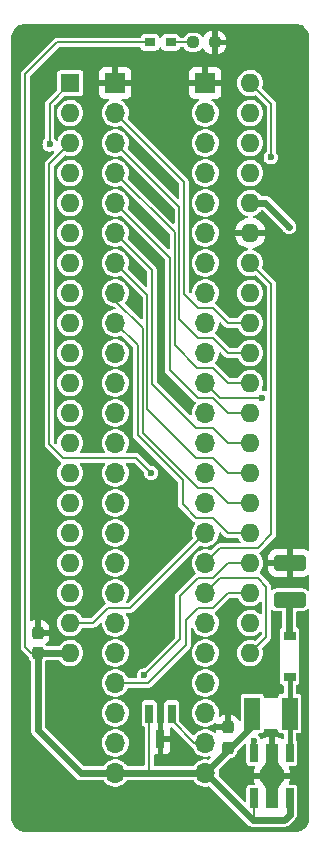
<source format=gbr>
G04 #@! TF.GenerationSoftware,KiCad,Pcbnew,8.0.4+dfsg-1*
G04 #@! TF.CreationDate,2025-02-10T13:10:00+09:00*
G04 #@! TF.ProjectId,bionic-tms9981,62696f6e-6963-42d7-946d-73393938312e,3*
G04 #@! TF.SameCoordinates,Original*
G04 #@! TF.FileFunction,Copper,L1,Top*
G04 #@! TF.FilePolarity,Positive*
%FSLAX46Y46*%
G04 Gerber Fmt 4.6, Leading zero omitted, Abs format (unit mm)*
G04 Created by KiCad (PCBNEW 8.0.4+dfsg-1) date 2025-02-10 13:10:00*
%MOMM*%
%LPD*%
G01*
G04 APERTURE LIST*
G04 Aperture macros list*
%AMRoundRect*
0 Rectangle with rounded corners*
0 $1 Rounding radius*
0 $2 $3 $4 $5 $6 $7 $8 $9 X,Y pos of 4 corners*
0 Add a 4 corners polygon primitive as box body*
4,1,4,$2,$3,$4,$5,$6,$7,$8,$9,$2,$3,0*
0 Add four circle primitives for the rounded corners*
1,1,$1+$1,$2,$3*
1,1,$1+$1,$4,$5*
1,1,$1+$1,$6,$7*
1,1,$1+$1,$8,$9*
0 Add four rect primitives between the rounded corners*
20,1,$1+$1,$2,$3,$4,$5,0*
20,1,$1+$1,$4,$5,$6,$7,0*
20,1,$1+$1,$6,$7,$8,$9,0*
20,1,$1+$1,$8,$9,$2,$3,0*%
%AMFreePoly0*
4,1,13,0.500000,1.050000,1.000000,0.350000,1.000000,-0.450000,0.500000,-1.150000,0.500000,-2.750000,-0.500000,-2.750000,-0.500000,-1.150000,-1.000000,-0.450000,-1.000000,0.350000,-0.500000,1.050000,-0.500000,2.750000,0.500000,2.750000,0.500000,1.050000,0.500000,1.050000,$1*%
G04 Aperture macros list end*
G04 #@! TA.AperFunction,SMDPad,CuDef*
%ADD10RoundRect,0.237500X0.237500X-0.300000X0.237500X0.300000X-0.237500X0.300000X-0.237500X-0.300000X0*%
G04 #@! TD*
G04 #@! TA.AperFunction,SMDPad,CuDef*
%ADD11R,1.371600X2.743200*%
G04 #@! TD*
G04 #@! TA.AperFunction,SMDPad,CuDef*
%ADD12RoundRect,0.237500X-0.250000X-0.237500X0.250000X-0.237500X0.250000X0.237500X-0.250000X0.237500X0*%
G04 #@! TD*
G04 #@! TA.AperFunction,SMDPad,CuDef*
%ADD13R,0.965200X0.762000*%
G04 #@! TD*
G04 #@! TA.AperFunction,SMDPad,CuDef*
%ADD14R,0.700000X1.700000*%
G04 #@! TD*
G04 #@! TA.AperFunction,SMDPad,CuDef*
%ADD15R,0.700000X1.600000*%
G04 #@! TD*
G04 #@! TA.AperFunction,SMDPad,CuDef*
%ADD16FreePoly0,180.000000*%
G04 #@! TD*
G04 #@! TA.AperFunction,SMDPad,CuDef*
%ADD17R,0.660400X1.625600*%
G04 #@! TD*
G04 #@! TA.AperFunction,ComponentPad*
%ADD18R,1.600000X1.600000*%
G04 #@! TD*
G04 #@! TA.AperFunction,ComponentPad*
%ADD19O,1.600000X1.600000*%
G04 #@! TD*
G04 #@! TA.AperFunction,SMDPad,CuDef*
%ADD20R,1.041400X0.762000*%
G04 #@! TD*
G04 #@! TA.AperFunction,SMDPad,CuDef*
%ADD21RoundRect,0.250000X1.100000X-0.412500X1.100000X0.412500X-1.100000X0.412500X-1.100000X-0.412500X0*%
G04 #@! TD*
G04 #@! TA.AperFunction,ComponentPad*
%ADD22R,1.700000X1.700000*%
G04 #@! TD*
G04 #@! TA.AperFunction,ComponentPad*
%ADD23O,1.700000X1.700000*%
G04 #@! TD*
G04 #@! TA.AperFunction,ViaPad*
%ADD24C,0.600000*%
G04 #@! TD*
G04 #@! TA.AperFunction,Conductor*
%ADD25C,0.200000*%
G04 #@! TD*
G04 #@! TA.AperFunction,Conductor*
%ADD26C,0.600000*%
G04 #@! TD*
G04 #@! TA.AperFunction,Conductor*
%ADD27C,0.400000*%
G04 #@! TD*
G04 APERTURE END LIST*
D10*
X119415000Y-131364200D03*
X119415000Y-129639200D03*
D11*
X121497800Y-128470800D03*
X124647400Y-128470800D03*
D12*
X116470500Y-71651000D03*
X118295500Y-71651000D03*
D13*
X114576300Y-71651000D03*
X112823700Y-71651000D03*
D14*
X124647400Y-135648200D03*
X121647400Y-135648200D03*
D15*
X121647400Y-131798200D03*
D16*
X123147400Y-133748200D03*
D15*
X124647400Y-131798200D03*
D17*
X114665200Y-128470800D03*
X112765198Y-128470800D03*
X113715199Y-130602800D03*
D18*
X106080000Y-75080000D03*
D19*
X106080000Y-77620000D03*
X106080000Y-80160000D03*
X106080000Y-82700000D03*
X106080000Y-85240000D03*
X106080000Y-87780000D03*
X106080000Y-90320000D03*
X106080000Y-92860000D03*
X106080000Y-95400000D03*
X106080000Y-97940000D03*
X106080000Y-100480000D03*
X106080000Y-103020000D03*
X106080000Y-105560000D03*
X106080000Y-108100000D03*
X106080000Y-110640000D03*
X106080000Y-113180000D03*
X106080000Y-115720000D03*
X106080000Y-118260000D03*
X106080000Y-120800000D03*
X106080000Y-123340000D03*
X121320000Y-123340000D03*
X121320000Y-120800000D03*
X121320000Y-118260000D03*
X121320000Y-115720000D03*
X121320000Y-113180000D03*
X121320000Y-110640000D03*
X121320000Y-108100000D03*
X121320000Y-105560000D03*
X121320000Y-103020000D03*
X121320000Y-100480000D03*
X121320000Y-97940000D03*
X121320000Y-95400000D03*
X121320000Y-92860000D03*
X121320000Y-90320000D03*
X121320000Y-87780000D03*
X121320000Y-85240000D03*
X121320000Y-82700000D03*
X121320000Y-80160000D03*
X121320000Y-77620000D03*
X121320000Y-75080000D03*
D10*
X103336800Y-123338900D03*
X103336800Y-121613900D03*
D20*
X124647400Y-121866800D03*
X124647400Y-125346600D03*
D21*
X124647400Y-118845000D03*
X124647400Y-115720000D03*
D22*
X109890000Y-75080000D03*
D23*
X109890000Y-77620000D03*
X109890000Y-80160000D03*
X109890000Y-82700000D03*
X109890000Y-85240000D03*
X109890000Y-87780000D03*
X109890000Y-90320000D03*
X109890000Y-92860000D03*
X109890000Y-95400000D03*
X109890000Y-97940000D03*
X109890000Y-100480000D03*
X109890000Y-103020000D03*
X109890000Y-105560000D03*
X109890000Y-108100000D03*
X109890000Y-110640000D03*
X109890000Y-113180000D03*
X109890000Y-115720000D03*
X109890000Y-118260000D03*
X109890000Y-120800000D03*
X109890000Y-123340000D03*
X109890000Y-125880000D03*
X109890000Y-128420000D03*
X109890000Y-130960000D03*
X109890000Y-133500000D03*
X117510000Y-133500000D03*
X117510000Y-130960000D03*
X117510000Y-128420000D03*
X117510000Y-125880000D03*
X117510000Y-123340000D03*
X117510000Y-120800000D03*
X117510000Y-118260000D03*
X117510000Y-115720000D03*
X117510000Y-113180000D03*
X117510000Y-110640000D03*
X117510000Y-108100000D03*
X117510000Y-105560000D03*
X117510000Y-103020000D03*
X117510000Y-100480000D03*
X117510000Y-97940000D03*
X117510000Y-95400000D03*
X117510000Y-92860000D03*
X117510000Y-90320000D03*
X117510000Y-87780000D03*
X117510000Y-85240000D03*
X117510000Y-82700000D03*
X117510000Y-80160000D03*
X117510000Y-77620000D03*
D22*
X117510000Y-75080000D03*
D24*
X125790400Y-113840400D03*
X121218400Y-133728600D03*
X102651000Y-71778000D03*
X103540000Y-133119000D03*
X113700000Y-118641000D03*
X113700000Y-132357000D03*
X103286000Y-120038000D03*
X105953000Y-129944000D03*
X113700000Y-113688000D03*
X103286000Y-83970000D03*
X125028400Y-133779400D03*
X123047200Y-81379200D03*
X122336000Y-101750000D03*
X104321000Y-80287000D03*
X112938000Y-108100000D03*
X112303000Y-125245000D03*
X124622000Y-120292000D03*
X124616185Y-87277815D03*
X121624800Y-130807600D03*
D25*
X121523200Y-137462400D02*
X121647400Y-137338200D01*
X121647400Y-137338200D02*
X121647400Y-135648200D01*
D26*
X121523200Y-137462400D02*
X124210180Y-137462400D01*
X124210180Y-137462400D02*
X124647400Y-137025180D01*
X124647400Y-137025180D02*
X124647400Y-135648200D01*
X121523200Y-137462400D02*
X117560800Y-133500000D01*
X117560800Y-133500000D02*
X117510000Y-133500000D01*
D27*
X124622000Y-125270400D02*
X124647400Y-125295800D01*
X124647400Y-125295800D02*
X124647400Y-131775600D01*
X124647400Y-131775600D02*
X124624800Y-131798200D01*
D25*
X121624800Y-130807600D02*
X121624800Y-131798200D01*
D26*
X117510000Y-133500000D02*
X121472400Y-129537600D01*
X121472400Y-129537600D02*
X121472400Y-128470800D01*
D25*
X117510000Y-118260000D02*
X118780000Y-116990000D01*
X118780000Y-116990000D02*
X121955000Y-116990000D01*
X121955000Y-116990000D02*
X122691600Y-117726600D01*
X122691600Y-117726600D02*
X122691600Y-121968400D01*
X122691600Y-121968400D02*
X121320000Y-123340000D01*
D26*
X124622000Y-121866800D02*
X124622000Y-118845000D01*
D25*
X123098000Y-76858000D02*
X121320000Y-75080000D01*
X123098000Y-81328400D02*
X123098000Y-76858000D01*
X123047200Y-81379200D02*
X123098000Y-81328400D01*
X121320000Y-90320000D02*
X123098000Y-92098000D01*
X123098000Y-92098000D02*
X123098000Y-113307000D01*
X123098000Y-113307000D02*
X121955000Y-114450000D01*
X121955000Y-114450000D02*
X118780000Y-114450000D01*
X118780000Y-114450000D02*
X117510000Y-115720000D01*
X102776900Y-123338900D02*
X103336800Y-123338900D01*
X112765198Y-128470800D02*
X112765198Y-133469602D01*
X102270000Y-74318000D02*
X102270000Y-122832000D01*
D26*
X109890000Y-133500000D02*
X106969000Y-133500000D01*
D25*
X112765198Y-133469602D02*
X112734800Y-133500000D01*
D26*
X106078900Y-123338900D02*
X106080000Y-123340000D01*
X103336800Y-129867800D02*
X103336800Y-123338900D01*
D25*
X102270000Y-122832000D02*
X102776900Y-123338900D01*
D26*
X112734800Y-133500000D02*
X109890000Y-133500000D01*
X103336700Y-123339000D02*
X103336800Y-123338900D01*
D25*
X112823700Y-71651000D02*
X104937000Y-71651000D01*
D26*
X106969000Y-133500000D02*
X103336800Y-129867800D01*
X117510000Y-133500000D02*
X112734800Y-133500000D01*
X103336800Y-123338900D02*
X106078900Y-123338900D01*
D25*
X104937000Y-71651000D02*
X102270000Y-74318000D01*
D27*
X122717000Y-87780000D02*
X121320000Y-87780000D01*
X121320000Y-87780000D02*
X119923000Y-87780000D01*
D25*
X118145200Y-111910200D02*
X116748200Y-111910200D01*
X115605000Y-108735000D02*
X111795000Y-104925000D01*
X121320000Y-113180000D02*
X119415000Y-113180000D01*
X116748200Y-111910200D02*
X115605000Y-110767000D01*
X119415000Y-113180000D02*
X118145200Y-111910200D01*
X111795000Y-104925000D02*
X111795000Y-97305000D01*
X111795000Y-97305000D02*
X109890000Y-95400000D01*
X115605000Y-110767000D02*
X115605000Y-108735000D01*
X118145000Y-109370000D02*
X119415000Y-110640000D01*
X112195000Y-104690000D02*
X116875000Y-109370000D01*
X112195000Y-95818000D02*
X112195000Y-104690000D01*
X109890000Y-92860000D02*
X109890000Y-93513000D01*
X109890000Y-93513000D02*
X112195000Y-95818000D01*
X119415000Y-110640000D02*
X121320000Y-110640000D01*
X116875000Y-109370000D02*
X118145000Y-109370000D01*
X112595000Y-93025000D02*
X112595000Y-102677000D01*
X119415000Y-108100000D02*
X121320000Y-108100000D01*
X109890000Y-90320000D02*
X112595000Y-93025000D01*
X116748000Y-106830000D02*
X118145000Y-106830000D01*
X112595000Y-102677000D02*
X116748000Y-106830000D01*
X118145000Y-106830000D02*
X119415000Y-108100000D01*
X118780000Y-101750000D02*
X117510000Y-100480000D01*
X122336000Y-101750000D02*
X118780000Y-101750000D01*
X109890000Y-87780000D02*
X112995000Y-90885000D01*
X112995000Y-90885000D02*
X112995000Y-100537000D01*
X116748000Y-104290000D02*
X118145000Y-104290000D01*
X119415000Y-105560000D02*
X121320000Y-105560000D01*
X112995000Y-100537000D02*
X116748000Y-104290000D01*
X118145000Y-104290000D02*
X119415000Y-105560000D01*
X118145000Y-101750000D02*
X119415000Y-103020000D01*
X109890000Y-85240000D02*
X114509600Y-89859600D01*
X114509600Y-99384600D02*
X116875000Y-101750000D01*
X116875000Y-101750000D02*
X118145000Y-101750000D01*
X119415000Y-103020000D02*
X121320000Y-103020000D01*
X114509600Y-89859600D02*
X114509600Y-99384600D01*
X119415000Y-100480000D02*
X121320000Y-100480000D01*
X114909600Y-87719600D02*
X114909600Y-97308100D01*
X109890000Y-82700000D02*
X114909600Y-87719600D01*
X118145000Y-99210000D02*
X119415000Y-100480000D01*
X114909600Y-97308100D02*
X116811500Y-99210000D01*
X116811500Y-99210000D02*
X118145000Y-99210000D01*
X109890000Y-80160000D02*
X115309600Y-85579600D01*
X116875000Y-96670000D02*
X118145000Y-96670000D01*
X118145000Y-96670000D02*
X119415000Y-97940000D01*
X119415000Y-97940000D02*
X121320000Y-97940000D01*
X115309600Y-85579600D02*
X115309600Y-95104600D01*
X115309600Y-95104600D02*
X116875000Y-96670000D01*
X115709600Y-83439600D02*
X115709600Y-92964600D01*
X118145000Y-94130000D02*
X119415000Y-95400000D01*
X119415000Y-95400000D02*
X121320000Y-95400000D01*
X109890000Y-77620000D02*
X115709600Y-83439600D01*
X116875000Y-94130000D02*
X118145000Y-94130000D01*
X115709600Y-92964600D02*
X116875000Y-94130000D01*
X112684000Y-125880000D02*
X109890000Y-125880000D01*
X115859000Y-122705000D02*
X112684000Y-125880000D01*
X118145000Y-119530000D02*
X116875000Y-119530000D01*
X121320000Y-118260000D02*
X119415000Y-118260000D01*
X119415000Y-118260000D02*
X118145000Y-119530000D01*
X116875000Y-119530000D02*
X115859000Y-120546000D01*
X115859000Y-120546000D02*
X115859000Y-122705000D01*
X104321000Y-80287000D02*
X104321000Y-76839000D01*
X104321000Y-76839000D02*
X106080000Y-75080000D01*
X112938000Y-108100000D02*
X111668000Y-106830000D01*
X111668000Y-106830000D02*
X105445000Y-106830000D01*
X104302000Y-81938000D02*
X106080000Y-80160000D01*
X104302000Y-105687000D02*
X104302000Y-81938000D01*
X105445000Y-106830000D02*
X104302000Y-105687000D01*
X116875000Y-116990000D02*
X118145000Y-116990000D01*
X119415000Y-115720000D02*
X121320000Y-115720000D01*
X115351000Y-122197000D02*
X115351000Y-118514000D01*
X115351000Y-118514000D02*
X116875000Y-116990000D01*
X112303000Y-125245000D02*
X115351000Y-122197000D01*
X118145000Y-116990000D02*
X119415000Y-115720000D01*
X114576300Y-71651000D02*
X116470500Y-71651000D01*
X111160000Y-119530000D02*
X117510000Y-113180000D01*
X109255000Y-119530000D02*
X111160000Y-119530000D01*
X106080000Y-120800000D02*
X107985000Y-120800000D01*
X107985000Y-120800000D02*
X109255000Y-119530000D01*
X116595600Y-130960000D02*
X117510000Y-130960000D01*
X114665200Y-128470800D02*
X114665200Y-129029600D01*
X114665200Y-129029600D02*
X116595600Y-130960000D01*
D26*
X122578371Y-85240000D02*
X121320000Y-85240000D01*
X124616185Y-87277814D02*
X122578371Y-85240000D01*
X124616185Y-87277815D02*
X124616185Y-87277814D01*
G04 #@! TA.AperFunction,Conductor*
G36*
X125133875Y-70075805D02*
G01*
X125309097Y-70089594D01*
X125324430Y-70092023D01*
X125491550Y-70132145D01*
X125506317Y-70136943D01*
X125665104Y-70202715D01*
X125678926Y-70209758D01*
X125825469Y-70299560D01*
X125838032Y-70308688D01*
X125968717Y-70420303D01*
X125979699Y-70431285D01*
X126091311Y-70561967D01*
X126100440Y-70574532D01*
X126190238Y-70721068D01*
X126197287Y-70734902D01*
X126263054Y-70893678D01*
X126267855Y-70908453D01*
X126307975Y-71075564D01*
X126310405Y-71090907D01*
X126324195Y-71266123D01*
X126324500Y-71273891D01*
X126324500Y-114604882D01*
X126305593Y-114663073D01*
X126256093Y-114699037D01*
X126194907Y-114699037D01*
X126173528Y-114689143D01*
X126066524Y-114623143D01*
X125900093Y-114567993D01*
X125797387Y-114557500D01*
X124897401Y-114557500D01*
X124897400Y-114557501D01*
X124897400Y-116882498D01*
X124897401Y-116882499D01*
X125797386Y-116882499D01*
X125900087Y-116872007D01*
X125900099Y-116872004D01*
X126066522Y-116816857D01*
X126173527Y-116750856D01*
X126232980Y-116736400D01*
X126289576Y-116759650D01*
X126321697Y-116811726D01*
X126324500Y-116835117D01*
X126324500Y-117988058D01*
X126305593Y-118046249D01*
X126256093Y-118082213D01*
X126194907Y-118082213D01*
X126146618Y-118047880D01*
X126140324Y-118039581D01*
X126140322Y-118039578D01*
X126019742Y-117948139D01*
X126019741Y-117948138D01*
X126019739Y-117948137D01*
X125878965Y-117892623D01*
X125790506Y-117882000D01*
X125790502Y-117882000D01*
X123504298Y-117882000D01*
X123504293Y-117882000D01*
X123415834Y-117892623D01*
X123275060Y-117948137D01*
X123275056Y-117948140D01*
X123250919Y-117966444D01*
X123193128Y-117986539D01*
X123134562Y-117968828D01*
X123097592Y-117920075D01*
X123092100Y-117887560D01*
X123092100Y-117787314D01*
X123092101Y-117787301D01*
X123092101Y-117673872D01*
X123092100Y-117673870D01*
X123086173Y-117651752D01*
X123064807Y-117572013D01*
X123052448Y-117550606D01*
X123052447Y-117550604D01*
X123052447Y-117550603D01*
X123012083Y-117480691D01*
X123012081Y-117480689D01*
X123012080Y-117480687D01*
X122937513Y-117406120D01*
X122937510Y-117406118D01*
X122200913Y-116669520D01*
X122200910Y-116669518D01*
X122141242Y-116635068D01*
X122100302Y-116589598D01*
X122093907Y-116528748D01*
X122124047Y-116476171D01*
X122136764Y-116464579D01*
X122259673Y-116301821D01*
X122350582Y-116119250D01*
X122393048Y-115970001D01*
X122797401Y-115970001D01*
X122797401Y-116182486D01*
X122807892Y-116285187D01*
X122807895Y-116285199D01*
X122863043Y-116451624D01*
X122955080Y-116600840D01*
X123079059Y-116724819D01*
X123228275Y-116816856D01*
X123394706Y-116872006D01*
X123497412Y-116882499D01*
X124397398Y-116882499D01*
X124397400Y-116882498D01*
X124397400Y-115970001D01*
X124397399Y-115970000D01*
X122797402Y-115970000D01*
X122797401Y-115970001D01*
X122393048Y-115970001D01*
X122406397Y-115923083D01*
X122425215Y-115720000D01*
X122406397Y-115516917D01*
X122350582Y-115320750D01*
X122319093Y-115257512D01*
X122797400Y-115257512D01*
X122797400Y-115469999D01*
X122797401Y-115470000D01*
X124397399Y-115470000D01*
X124397400Y-115469999D01*
X124397400Y-114557501D01*
X124397399Y-114557500D01*
X123497413Y-114557500D01*
X123394712Y-114567992D01*
X123394700Y-114567995D01*
X123228275Y-114623143D01*
X123079059Y-114715180D01*
X122955080Y-114839159D01*
X122863043Y-114988375D01*
X122807893Y-115154806D01*
X122797400Y-115257512D01*
X122319093Y-115257512D01*
X122259673Y-115138179D01*
X122136764Y-114975421D01*
X122124047Y-114963828D01*
X122093782Y-114910654D01*
X122100552Y-114849844D01*
X122141241Y-114804931D01*
X122200913Y-114770480D01*
X123418480Y-113552913D01*
X123418483Y-113552908D01*
X123471205Y-113461592D01*
X123471205Y-113461590D01*
X123471207Y-113461588D01*
X123498500Y-113359727D01*
X123498500Y-113254273D01*
X123498500Y-92158714D01*
X123498501Y-92158701D01*
X123498501Y-92045272D01*
X123498500Y-92045270D01*
X123471207Y-91943413D01*
X123468051Y-91937946D01*
X123429198Y-91870652D01*
X123418480Y-91852087D01*
X123343913Y-91777520D01*
X123343910Y-91777518D01*
X122377336Y-90810943D01*
X122349559Y-90756426D01*
X122352118Y-90713848D01*
X122406397Y-90523083D01*
X122425215Y-90320000D01*
X122406397Y-90116917D01*
X122350582Y-89920750D01*
X122259673Y-89738179D01*
X122136764Y-89575421D01*
X121986041Y-89438019D01*
X121812637Y-89330652D01*
X121665283Y-89273567D01*
X121622454Y-89256975D01*
X121584582Y-89249896D01*
X121530857Y-89220618D01*
X121504601Y-89165352D01*
X121515844Y-89105209D01*
X121560292Y-89063160D01*
X121577151Y-89056955D01*
X121766324Y-89006266D01*
X121972481Y-88910134D01*
X122158811Y-88779665D01*
X122319665Y-88618811D01*
X122450134Y-88432481D01*
X122546266Y-88226323D01*
X122598872Y-88030000D01*
X121635686Y-88030000D01*
X121640080Y-88025606D01*
X121692741Y-87934394D01*
X121720000Y-87832661D01*
X121720000Y-87727339D01*
X121692741Y-87625606D01*
X121640080Y-87534394D01*
X121635686Y-87530000D01*
X122598872Y-87530000D01*
X122546266Y-87333676D01*
X122450134Y-87127518D01*
X122319665Y-86941188D01*
X122158811Y-86780334D01*
X121972481Y-86649865D01*
X121766323Y-86553733D01*
X121577151Y-86503044D01*
X121525836Y-86469720D01*
X121503910Y-86412598D01*
X121519746Y-86353498D01*
X121567296Y-86314992D01*
X121584568Y-86310106D01*
X121622456Y-86303024D01*
X121812637Y-86229348D01*
X121986041Y-86121981D01*
X122136764Y-85984579D01*
X122213178Y-85883389D01*
X122263332Y-85848348D01*
X122324507Y-85849479D01*
X122362184Y-85873048D01*
X124131369Y-87642233D01*
X124131386Y-87642252D01*
X124159152Y-87670019D01*
X124167685Y-87679748D01*
X124187903Y-87706097D01*
X124187907Y-87706100D01*
X124214244Y-87726309D01*
X124223979Y-87734846D01*
X124247467Y-87758333D01*
X124247469Y-87758335D01*
X124276232Y-87774941D01*
X124286994Y-87782132D01*
X124313344Y-87802351D01*
X124327164Y-87808075D01*
X124344029Y-87815061D01*
X124355646Y-87820790D01*
X124384396Y-87837390D01*
X124384398Y-87837390D01*
X124384401Y-87837392D01*
X124416478Y-87845986D01*
X124428734Y-87850146D01*
X124459423Y-87862859D01*
X124492353Y-87867194D01*
X124505036Y-87869716D01*
X124537128Y-87878315D01*
X124570335Y-87878315D01*
X124583257Y-87879162D01*
X124616184Y-87883497D01*
X124616185Y-87883497D01*
X124616186Y-87883497D01*
X124649113Y-87879162D01*
X124662035Y-87878315D01*
X124695241Y-87878315D01*
X124695242Y-87878315D01*
X124727323Y-87869718D01*
X124740012Y-87867194D01*
X124772947Y-87862859D01*
X124803636Y-87850146D01*
X124815889Y-87845986D01*
X124847969Y-87837392D01*
X124866311Y-87826801D01*
X124876727Y-87820788D01*
X124888339Y-87815061D01*
X124919026Y-87802351D01*
X124945378Y-87782129D01*
X124956141Y-87774939D01*
X124984901Y-87758335D01*
X125008389Y-87734845D01*
X125018117Y-87726315D01*
X125044467Y-87706097D01*
X125064685Y-87679747D01*
X125073215Y-87670019D01*
X125096705Y-87646531D01*
X125113310Y-87617769D01*
X125120499Y-87607008D01*
X125140721Y-87580656D01*
X125153432Y-87549965D01*
X125159158Y-87538357D01*
X125175760Y-87509602D01*
X125175762Y-87509599D01*
X125184356Y-87477519D01*
X125188516Y-87465266D01*
X125201229Y-87434577D01*
X125205564Y-87401642D01*
X125208088Y-87388953D01*
X125216685Y-87356872D01*
X125216685Y-87323664D01*
X125217532Y-87310742D01*
X125221867Y-87277815D01*
X125221867Y-87277814D01*
X125217532Y-87244886D01*
X125216685Y-87231964D01*
X125216685Y-87198758D01*
X125216530Y-87198179D01*
X125208086Y-87166669D01*
X125205562Y-87153974D01*
X125205395Y-87152707D01*
X125201229Y-87121053D01*
X125188518Y-87090368D01*
X125184357Y-87078108D01*
X125175762Y-87046029D01*
X125159150Y-87017257D01*
X125153426Y-87005648D01*
X125151748Y-87001597D01*
X125140721Y-86974974D01*
X125120495Y-86948615D01*
X125113312Y-86937864D01*
X125110994Y-86933848D01*
X125110990Y-86933841D01*
X125096705Y-86909097D01*
X125073213Y-86885605D01*
X125064676Y-86875870D01*
X125044470Y-86849537D01*
X125044467Y-86849533D01*
X125040942Y-86846828D01*
X125018123Y-86829318D01*
X125008390Y-86820782D01*
X124981445Y-86793838D01*
X124981443Y-86793837D01*
X123058892Y-84871286D01*
X123058891Y-84871284D01*
X122947087Y-84759480D01*
X122947084Y-84759478D01*
X122836940Y-84695886D01*
X122836936Y-84695885D01*
X122810156Y-84680423D01*
X122657428Y-84639499D01*
X122499314Y-84639499D01*
X122493251Y-84639499D01*
X122493235Y-84639500D01*
X122294863Y-84639500D01*
X122236672Y-84620593D01*
X122215861Y-84600163D01*
X122136764Y-84495421D01*
X121986041Y-84358019D01*
X121812637Y-84250652D01*
X121622456Y-84176976D01*
X121622455Y-84176975D01*
X121622453Y-84176975D01*
X121421976Y-84139500D01*
X121218024Y-84139500D01*
X121017546Y-84176975D01*
X120947632Y-84204059D01*
X120827363Y-84250652D01*
X120718676Y-84317948D01*
X120653959Y-84358019D01*
X120503237Y-84495420D01*
X120380328Y-84658177D01*
X120380323Y-84658186D01*
X120289419Y-84840747D01*
X120289418Y-84840750D01*
X120233603Y-85036917D01*
X120214785Y-85240000D01*
X120233603Y-85443083D01*
X120289418Y-85639250D01*
X120380327Y-85821821D01*
X120503236Y-85984579D01*
X120653959Y-86121981D01*
X120827363Y-86229348D01*
X121017544Y-86303024D01*
X121055418Y-86310103D01*
X121109141Y-86339380D01*
X121135398Y-86394645D01*
X121124156Y-86454789D01*
X121079709Y-86496838D01*
X121062848Y-86503044D01*
X120873676Y-86553733D01*
X120667518Y-86649865D01*
X120481188Y-86780334D01*
X120320334Y-86941188D01*
X120189865Y-87127518D01*
X120093733Y-87333676D01*
X120041128Y-87530000D01*
X121004314Y-87530000D01*
X120999920Y-87534394D01*
X120947259Y-87625606D01*
X120920000Y-87727339D01*
X120920000Y-87832661D01*
X120947259Y-87934394D01*
X120999920Y-88025606D01*
X121004314Y-88030000D01*
X120041128Y-88030000D01*
X120093733Y-88226323D01*
X120189865Y-88432481D01*
X120320334Y-88618811D01*
X120481188Y-88779665D01*
X120667518Y-88910134D01*
X120873675Y-89006266D01*
X121062848Y-89056955D01*
X121114162Y-89090279D01*
X121136089Y-89147401D01*
X121120254Y-89206501D01*
X121072704Y-89245006D01*
X121055417Y-89249896D01*
X121017545Y-89256975D01*
X120943393Y-89285702D01*
X120827363Y-89330652D01*
X120718676Y-89397948D01*
X120653959Y-89438019D01*
X120503237Y-89575420D01*
X120380328Y-89738177D01*
X120380323Y-89738186D01*
X120298450Y-89902611D01*
X120289418Y-89920750D01*
X120233603Y-90116917D01*
X120214785Y-90320000D01*
X120233603Y-90523083D01*
X120289418Y-90719250D01*
X120380327Y-90901821D01*
X120503236Y-91064579D01*
X120653959Y-91201981D01*
X120827363Y-91309348D01*
X121017544Y-91383024D01*
X121218024Y-91420500D01*
X121421976Y-91420500D01*
X121622456Y-91383024D01*
X121702258Y-91352107D01*
X121763350Y-91348717D01*
X121808026Y-91374418D01*
X122668504Y-92234896D01*
X122696281Y-92289413D01*
X122697500Y-92304900D01*
X122697500Y-101101597D01*
X122678593Y-101159788D01*
X122629093Y-101195752D01*
X122567907Y-101195752D01*
X122560615Y-101193061D01*
X122492767Y-101164957D01*
X122492758Y-101164955D01*
X122363347Y-101147918D01*
X122308122Y-101121577D01*
X122278927Y-101067806D01*
X122286913Y-101007144D01*
X122287593Y-101005748D01*
X122350582Y-100879250D01*
X122406397Y-100683083D01*
X122425215Y-100480000D01*
X122406397Y-100276917D01*
X122350582Y-100080750D01*
X122259673Y-99898179D01*
X122136764Y-99735421D01*
X121986041Y-99598019D01*
X121812637Y-99490652D01*
X121622456Y-99416976D01*
X121622455Y-99416975D01*
X121622453Y-99416975D01*
X121421976Y-99379500D01*
X121218024Y-99379500D01*
X121017546Y-99416975D01*
X120965017Y-99437325D01*
X120827363Y-99490652D01*
X120718676Y-99557948D01*
X120653959Y-99598019D01*
X120503237Y-99735420D01*
X120380328Y-99898177D01*
X120380323Y-99898186D01*
X120317363Y-100024628D01*
X120274500Y-100068291D01*
X120228742Y-100079500D01*
X119621901Y-100079500D01*
X119563710Y-100060593D01*
X119551897Y-100050504D01*
X118992045Y-99490652D01*
X118390913Y-98889520D01*
X118390910Y-98889518D01*
X118376680Y-98881302D01*
X118335739Y-98835831D01*
X118329345Y-98774981D01*
X118359489Y-98722401D01*
X118363872Y-98718407D01*
X118492366Y-98548255D01*
X118587405Y-98357389D01*
X118645756Y-98152310D01*
X118661505Y-97982346D01*
X118685700Y-97926151D01*
X118738307Y-97894907D01*
X118799231Y-97900553D01*
X118830085Y-97921479D01*
X119169086Y-98260479D01*
X119169091Y-98260483D01*
X119260408Y-98313205D01*
X119260406Y-98313205D01*
X119260410Y-98313206D01*
X119260412Y-98313207D01*
X119362273Y-98340500D01*
X120228742Y-98340500D01*
X120286933Y-98359407D01*
X120317362Y-98395371D01*
X120380327Y-98521821D01*
X120503236Y-98684579D01*
X120653959Y-98821981D01*
X120827363Y-98929348D01*
X121017544Y-99003024D01*
X121218024Y-99040500D01*
X121421976Y-99040500D01*
X121622456Y-99003024D01*
X121812637Y-98929348D01*
X121986041Y-98821981D01*
X122136764Y-98684579D01*
X122259673Y-98521821D01*
X122350582Y-98339250D01*
X122406397Y-98143083D01*
X122425215Y-97940000D01*
X122406397Y-97736917D01*
X122350582Y-97540750D01*
X122259673Y-97358179D01*
X122136764Y-97195421D01*
X121986041Y-97058019D01*
X121812637Y-96950652D01*
X121622456Y-96876976D01*
X121622455Y-96876975D01*
X121622453Y-96876975D01*
X121421976Y-96839500D01*
X121218024Y-96839500D01*
X121017546Y-96876975D01*
X120947632Y-96904059D01*
X120827363Y-96950652D01*
X120718676Y-97017948D01*
X120653959Y-97058019D01*
X120503237Y-97195420D01*
X120380328Y-97358177D01*
X120380323Y-97358186D01*
X120317363Y-97484628D01*
X120274500Y-97528291D01*
X120228742Y-97539500D01*
X119621901Y-97539500D01*
X119563710Y-97520593D01*
X119551897Y-97510504D01*
X118992045Y-96950652D01*
X118390913Y-96349520D01*
X118390910Y-96349518D01*
X118376680Y-96341302D01*
X118335739Y-96295831D01*
X118329345Y-96234981D01*
X118359489Y-96182401D01*
X118363872Y-96178407D01*
X118492366Y-96008255D01*
X118587405Y-95817389D01*
X118645756Y-95612310D01*
X118661505Y-95442346D01*
X118685700Y-95386151D01*
X118738307Y-95354907D01*
X118799231Y-95360553D01*
X118830085Y-95381479D01*
X119169086Y-95720479D01*
X119169091Y-95720483D01*
X119260408Y-95773205D01*
X119260406Y-95773205D01*
X119260410Y-95773206D01*
X119260412Y-95773207D01*
X119362273Y-95800500D01*
X120228742Y-95800500D01*
X120286933Y-95819407D01*
X120317362Y-95855371D01*
X120380327Y-95981821D01*
X120503236Y-96144579D01*
X120653959Y-96281981D01*
X120827363Y-96389348D01*
X121017544Y-96463024D01*
X121218024Y-96500500D01*
X121421976Y-96500500D01*
X121622456Y-96463024D01*
X121812637Y-96389348D01*
X121986041Y-96281981D01*
X122136764Y-96144579D01*
X122259673Y-95981821D01*
X122350582Y-95799250D01*
X122406397Y-95603083D01*
X122425215Y-95400000D01*
X122406397Y-95196917D01*
X122350582Y-95000750D01*
X122259673Y-94818179D01*
X122136764Y-94655421D01*
X121986041Y-94518019D01*
X121812637Y-94410652D01*
X121622456Y-94336976D01*
X121622455Y-94336975D01*
X121622453Y-94336975D01*
X121421976Y-94299500D01*
X121218024Y-94299500D01*
X121017546Y-94336975D01*
X120947632Y-94364059D01*
X120827363Y-94410652D01*
X120718676Y-94477948D01*
X120653959Y-94518019D01*
X120503237Y-94655420D01*
X120380328Y-94818177D01*
X120380323Y-94818186D01*
X120317363Y-94944628D01*
X120274500Y-94988291D01*
X120228742Y-94999500D01*
X119621901Y-94999500D01*
X119563710Y-94980593D01*
X119551897Y-94970504D01*
X118992045Y-94410652D01*
X118390913Y-93809520D01*
X118390910Y-93809518D01*
X118376680Y-93801302D01*
X118335739Y-93755831D01*
X118329345Y-93694981D01*
X118359489Y-93642401D01*
X118363872Y-93638407D01*
X118492366Y-93468255D01*
X118587405Y-93277389D01*
X118645756Y-93072310D01*
X118665429Y-92860000D01*
X120214785Y-92860000D01*
X120233603Y-93063083D01*
X120289418Y-93259250D01*
X120380327Y-93441821D01*
X120503236Y-93604579D01*
X120653959Y-93741981D01*
X120827363Y-93849348D01*
X121017544Y-93923024D01*
X121218024Y-93960500D01*
X121421976Y-93960500D01*
X121622456Y-93923024D01*
X121812637Y-93849348D01*
X121986041Y-93741981D01*
X122136764Y-93604579D01*
X122259673Y-93441821D01*
X122350582Y-93259250D01*
X122406397Y-93063083D01*
X122425215Y-92860000D01*
X122406397Y-92656917D01*
X122350582Y-92460750D01*
X122259673Y-92278179D01*
X122136764Y-92115421D01*
X121986041Y-91978019D01*
X121812637Y-91870652D01*
X121622456Y-91796976D01*
X121622455Y-91796975D01*
X121622453Y-91796975D01*
X121421976Y-91759500D01*
X121218024Y-91759500D01*
X121017546Y-91796975D01*
X120947632Y-91824059D01*
X120827363Y-91870652D01*
X120653959Y-91978019D01*
X120503236Y-92115421D01*
X120470543Y-92158714D01*
X120380328Y-92278177D01*
X120380323Y-92278186D01*
X120298450Y-92442611D01*
X120289418Y-92460750D01*
X120233603Y-92656917D01*
X120214785Y-92860000D01*
X118665429Y-92860000D01*
X118645756Y-92647690D01*
X118587405Y-92442611D01*
X118492366Y-92251745D01*
X118363872Y-92081593D01*
X118309623Y-92032139D01*
X118206307Y-91937952D01*
X118206300Y-91937946D01*
X118025024Y-91825705D01*
X118025019Y-91825702D01*
X117900646Y-91777520D01*
X117826198Y-91748679D01*
X117826197Y-91748678D01*
X117826195Y-91748678D01*
X117616610Y-91709500D01*
X117403390Y-91709500D01*
X117193804Y-91748678D01*
X116994980Y-91825702D01*
X116994975Y-91825705D01*
X116813699Y-91937946D01*
X116813692Y-91937952D01*
X116656135Y-92081586D01*
X116656131Y-92081589D01*
X116656128Y-92081593D01*
X116656125Y-92081597D01*
X116527635Y-92251743D01*
X116527630Y-92251752D01*
X116432596Y-92442608D01*
X116374244Y-92647688D01*
X116358495Y-92817651D01*
X116334299Y-92873849D01*
X116281691Y-92905092D01*
X116220767Y-92899446D01*
X116189913Y-92878520D01*
X116139096Y-92827703D01*
X116111319Y-92773186D01*
X116110100Y-92757699D01*
X116110100Y-90320000D01*
X116354571Y-90320000D01*
X116374244Y-90532310D01*
X116432595Y-90737389D01*
X116527634Y-90928255D01*
X116656128Y-91098407D01*
X116656135Y-91098413D01*
X116813692Y-91242047D01*
X116813699Y-91242053D01*
X116917389Y-91306255D01*
X116994981Y-91354298D01*
X117193802Y-91431321D01*
X117403390Y-91470500D01*
X117616610Y-91470500D01*
X117826198Y-91431321D01*
X118025019Y-91354298D01*
X118206302Y-91242052D01*
X118363872Y-91098407D01*
X118492366Y-90928255D01*
X118587405Y-90737389D01*
X118645756Y-90532310D01*
X118665429Y-90320000D01*
X118645756Y-90107690D01*
X118587405Y-89902611D01*
X118492366Y-89711745D01*
X118363872Y-89541593D01*
X118309623Y-89492139D01*
X118206307Y-89397952D01*
X118206300Y-89397946D01*
X118025024Y-89285705D01*
X118025019Y-89285702D01*
X117932592Y-89249896D01*
X117826198Y-89208679D01*
X117826197Y-89208678D01*
X117826195Y-89208678D01*
X117616610Y-89169500D01*
X117403390Y-89169500D01*
X117193804Y-89208678D01*
X116994980Y-89285702D01*
X116994975Y-89285705D01*
X116813699Y-89397946D01*
X116813692Y-89397952D01*
X116656135Y-89541586D01*
X116656131Y-89541589D01*
X116656128Y-89541593D01*
X116656125Y-89541597D01*
X116527635Y-89711743D01*
X116527630Y-89711752D01*
X116432596Y-89902608D01*
X116374244Y-90107688D01*
X116374244Y-90107690D01*
X116354571Y-90320000D01*
X116110100Y-90320000D01*
X116110100Y-87780000D01*
X116354571Y-87780000D01*
X116363759Y-87879162D01*
X116374244Y-87992310D01*
X116432595Y-88197389D01*
X116527634Y-88388255D01*
X116656128Y-88558407D01*
X116656135Y-88558413D01*
X116813692Y-88702047D01*
X116813699Y-88702053D01*
X116917389Y-88766255D01*
X116994981Y-88814298D01*
X117193802Y-88891321D01*
X117403390Y-88930500D01*
X117616610Y-88930500D01*
X117826198Y-88891321D01*
X118025019Y-88814298D01*
X118206302Y-88702052D01*
X118363872Y-88558407D01*
X118492366Y-88388255D01*
X118587405Y-88197389D01*
X118645756Y-87992310D01*
X118665429Y-87780000D01*
X118645756Y-87567690D01*
X118587405Y-87362611D01*
X118492366Y-87171745D01*
X118363872Y-87001593D01*
X118262411Y-86909098D01*
X118206307Y-86857952D01*
X118206300Y-86857946D01*
X118025024Y-86745705D01*
X118025019Y-86745702D01*
X117826195Y-86668678D01*
X117616610Y-86629500D01*
X117403390Y-86629500D01*
X117193804Y-86668678D01*
X116994980Y-86745702D01*
X116994975Y-86745705D01*
X116813699Y-86857946D01*
X116813692Y-86857952D01*
X116656135Y-87001586D01*
X116656131Y-87001589D01*
X116656128Y-87001593D01*
X116656125Y-87001597D01*
X116527635Y-87171743D01*
X116527630Y-87171752D01*
X116432596Y-87362608D01*
X116432595Y-87362611D01*
X116421488Y-87401646D01*
X116374244Y-87567688D01*
X116354571Y-87780000D01*
X116110100Y-87780000D01*
X116110100Y-85240000D01*
X116354571Y-85240000D01*
X116374244Y-85452310D01*
X116427434Y-85639252D01*
X116432596Y-85657391D01*
X116523772Y-85840500D01*
X116527634Y-85848255D01*
X116656128Y-86018407D01*
X116656135Y-86018413D01*
X116813692Y-86162047D01*
X116813699Y-86162053D01*
X116917389Y-86226255D01*
X116994981Y-86274298D01*
X117193802Y-86351321D01*
X117403390Y-86390500D01*
X117616610Y-86390500D01*
X117826198Y-86351321D01*
X118025019Y-86274298D01*
X118206302Y-86162052D01*
X118363872Y-86018407D01*
X118492366Y-85848255D01*
X118587405Y-85657389D01*
X118645756Y-85452310D01*
X118665429Y-85240000D01*
X118645756Y-85027690D01*
X118587405Y-84822611D01*
X118492366Y-84631745D01*
X118363872Y-84461593D01*
X118309623Y-84412139D01*
X118206307Y-84317952D01*
X118206300Y-84317946D01*
X118025024Y-84205705D01*
X118025019Y-84205702D01*
X117826195Y-84128678D01*
X117616610Y-84089500D01*
X117403390Y-84089500D01*
X117193804Y-84128678D01*
X116994980Y-84205702D01*
X116994975Y-84205705D01*
X116813699Y-84317946D01*
X116813692Y-84317952D01*
X116656135Y-84461586D01*
X116656131Y-84461589D01*
X116656128Y-84461593D01*
X116656125Y-84461597D01*
X116527635Y-84631743D01*
X116527630Y-84631752D01*
X116432596Y-84822608D01*
X116374244Y-85027688D01*
X116374244Y-85027690D01*
X116354571Y-85240000D01*
X116110100Y-85240000D01*
X116110100Y-83386874D01*
X116110100Y-83386873D01*
X116082807Y-83285013D01*
X116082807Y-83285012D01*
X116082807Y-83285011D01*
X116030083Y-83193691D01*
X116030082Y-83193690D01*
X116030081Y-83193689D01*
X116030080Y-83193687D01*
X115536393Y-82700000D01*
X116354571Y-82700000D01*
X116374244Y-82912310D01*
X116432595Y-83117389D01*
X116527634Y-83308255D01*
X116656128Y-83478407D01*
X116656135Y-83478413D01*
X116813692Y-83622047D01*
X116813699Y-83622053D01*
X116828172Y-83631014D01*
X116994981Y-83734298D01*
X117193802Y-83811321D01*
X117403390Y-83850500D01*
X117616610Y-83850500D01*
X117826198Y-83811321D01*
X118025019Y-83734298D01*
X118206302Y-83622052D01*
X118363872Y-83478407D01*
X118492366Y-83308255D01*
X118587405Y-83117389D01*
X118645756Y-82912310D01*
X118665429Y-82700000D01*
X120214785Y-82700000D01*
X120233603Y-82903083D01*
X120289418Y-83099250D01*
X120380327Y-83281821D01*
X120503236Y-83444579D01*
X120653959Y-83581981D01*
X120827363Y-83689348D01*
X121017544Y-83763024D01*
X121218024Y-83800500D01*
X121421976Y-83800500D01*
X121622456Y-83763024D01*
X121812637Y-83689348D01*
X121986041Y-83581981D01*
X122136764Y-83444579D01*
X122259673Y-83281821D01*
X122350582Y-83099250D01*
X122406397Y-82903083D01*
X122425215Y-82700000D01*
X122406397Y-82496917D01*
X122350582Y-82300750D01*
X122259673Y-82118179D01*
X122136764Y-81955421D01*
X121986041Y-81818019D01*
X121812637Y-81710652D01*
X121622456Y-81636976D01*
X121622455Y-81636975D01*
X121622453Y-81636975D01*
X121421976Y-81599500D01*
X121218024Y-81599500D01*
X121017546Y-81636975D01*
X120947632Y-81664059D01*
X120827363Y-81710652D01*
X120653959Y-81818019D01*
X120503237Y-81955420D01*
X120380328Y-82118177D01*
X120380323Y-82118186D01*
X120298450Y-82282611D01*
X120289418Y-82300750D01*
X120233603Y-82496917D01*
X120214785Y-82700000D01*
X118665429Y-82700000D01*
X118645756Y-82487690D01*
X118587405Y-82282611D01*
X118492366Y-82091745D01*
X118363872Y-81921593D01*
X118309623Y-81872139D01*
X118206307Y-81777952D01*
X118206300Y-81777946D01*
X118025024Y-81665705D01*
X118025019Y-81665702D01*
X117826195Y-81588678D01*
X117616610Y-81549500D01*
X117403390Y-81549500D01*
X117193804Y-81588678D01*
X116994980Y-81665702D01*
X116994975Y-81665705D01*
X116813699Y-81777946D01*
X116813692Y-81777952D01*
X116656135Y-81921586D01*
X116656131Y-81921589D01*
X116656128Y-81921593D01*
X116656125Y-81921597D01*
X116527635Y-82091743D01*
X116527630Y-82091752D01*
X116432596Y-82282608D01*
X116374244Y-82487688D01*
X116374244Y-82487690D01*
X116354571Y-82700000D01*
X115536393Y-82700000D01*
X112996393Y-80160000D01*
X116354571Y-80160000D01*
X116374244Y-80372310D01*
X116432595Y-80577389D01*
X116527634Y-80768255D01*
X116656128Y-80938407D01*
X116698175Y-80976738D01*
X116813692Y-81082047D01*
X116813699Y-81082053D01*
X116917389Y-81146255D01*
X116994981Y-81194298D01*
X117193802Y-81271321D01*
X117403390Y-81310500D01*
X117616610Y-81310500D01*
X117826198Y-81271321D01*
X118025019Y-81194298D01*
X118206302Y-81082052D01*
X118363872Y-80938407D01*
X118492366Y-80768255D01*
X118587405Y-80577389D01*
X118645756Y-80372310D01*
X118665429Y-80160000D01*
X120214785Y-80160000D01*
X120233603Y-80363083D01*
X120289418Y-80559250D01*
X120380327Y-80741821D01*
X120503236Y-80904579D01*
X120653959Y-81041981D01*
X120827363Y-81149348D01*
X121017544Y-81223024D01*
X121218024Y-81260500D01*
X121421976Y-81260500D01*
X121622456Y-81223024D01*
X121812637Y-81149348D01*
X121986041Y-81041981D01*
X122136764Y-80904579D01*
X122259673Y-80741821D01*
X122350582Y-80559250D01*
X122406397Y-80363083D01*
X122425215Y-80160000D01*
X122406397Y-79956917D01*
X122350582Y-79760750D01*
X122259673Y-79578179D01*
X122136764Y-79415421D01*
X121986041Y-79278019D01*
X121812637Y-79170652D01*
X121622456Y-79096976D01*
X121622455Y-79096975D01*
X121622453Y-79096975D01*
X121421976Y-79059500D01*
X121218024Y-79059500D01*
X121017546Y-79096975D01*
X120947632Y-79124059D01*
X120827363Y-79170652D01*
X120718676Y-79237948D01*
X120653959Y-79278019D01*
X120503237Y-79415420D01*
X120380328Y-79578177D01*
X120380323Y-79578186D01*
X120298450Y-79742611D01*
X120289418Y-79760750D01*
X120233603Y-79956917D01*
X120214785Y-80160000D01*
X118665429Y-80160000D01*
X118645756Y-79947690D01*
X118587405Y-79742611D01*
X118492366Y-79551745D01*
X118363872Y-79381593D01*
X118309623Y-79332139D01*
X118206307Y-79237952D01*
X118206300Y-79237946D01*
X118025024Y-79125705D01*
X118025019Y-79125702D01*
X117826195Y-79048678D01*
X117616610Y-79009500D01*
X117403390Y-79009500D01*
X117193804Y-79048678D01*
X116994980Y-79125702D01*
X116994975Y-79125705D01*
X116813699Y-79237946D01*
X116813692Y-79237952D01*
X116656135Y-79381586D01*
X116656131Y-79381589D01*
X116656128Y-79381593D01*
X116656125Y-79381597D01*
X116527635Y-79551743D01*
X116527630Y-79551752D01*
X116432596Y-79742608D01*
X116374244Y-79947688D01*
X116354571Y-80160000D01*
X112996393Y-80160000D01*
X110986650Y-78150257D01*
X110958873Y-78095740D01*
X110967111Y-78042182D01*
X110965752Y-78041656D01*
X110967400Y-78037398D01*
X110967405Y-78037389D01*
X111025756Y-77832310D01*
X111045429Y-77620000D01*
X111025756Y-77407690D01*
X110967405Y-77202611D01*
X110872366Y-77011745D01*
X110743872Y-76841593D01*
X110683189Y-76786273D01*
X110586307Y-76697952D01*
X110586300Y-76697946D01*
X110449383Y-76613171D01*
X110409862Y-76566463D01*
X110405343Y-76505444D01*
X110437553Y-76453424D01*
X110494189Y-76430270D01*
X110501500Y-76430000D01*
X110787824Y-76430000D01*
X110847370Y-76423598D01*
X110847381Y-76423596D01*
X110982088Y-76373353D01*
X110982090Y-76373352D01*
X111097184Y-76287192D01*
X111097192Y-76287184D01*
X111183352Y-76172090D01*
X111183353Y-76172088D01*
X111233596Y-76037381D01*
X111233598Y-76037370D01*
X111240000Y-75977824D01*
X116159999Y-75977824D01*
X116166401Y-76037370D01*
X116166403Y-76037381D01*
X116216646Y-76172088D01*
X116216647Y-76172090D01*
X116302807Y-76287184D01*
X116302815Y-76287192D01*
X116417909Y-76373352D01*
X116417911Y-76373353D01*
X116552618Y-76423596D01*
X116552629Y-76423598D01*
X116612176Y-76430000D01*
X116898500Y-76430000D01*
X116956691Y-76448907D01*
X116992655Y-76498407D01*
X116992655Y-76559593D01*
X116956691Y-76609093D01*
X116950617Y-76613171D01*
X116813699Y-76697946D01*
X116813692Y-76697952D01*
X116656135Y-76841586D01*
X116656131Y-76841589D01*
X116656128Y-76841593D01*
X116656125Y-76841597D01*
X116527635Y-77011743D01*
X116527630Y-77011752D01*
X116432596Y-77202608D01*
X116374244Y-77407688D01*
X116374244Y-77407690D01*
X116354571Y-77620000D01*
X116374244Y-77832310D01*
X116432595Y-78037389D01*
X116527634Y-78228255D01*
X116656128Y-78398407D01*
X116656135Y-78398413D01*
X116813692Y-78542047D01*
X116813699Y-78542053D01*
X116917389Y-78606255D01*
X116994981Y-78654298D01*
X117193802Y-78731321D01*
X117403390Y-78770500D01*
X117616610Y-78770500D01*
X117826198Y-78731321D01*
X118025019Y-78654298D01*
X118206302Y-78542052D01*
X118363872Y-78398407D01*
X118492366Y-78228255D01*
X118587405Y-78037389D01*
X118645756Y-77832310D01*
X118665429Y-77620000D01*
X120214785Y-77620000D01*
X120233603Y-77823083D01*
X120289418Y-78019250D01*
X120380327Y-78201821D01*
X120503236Y-78364579D01*
X120653959Y-78501981D01*
X120827363Y-78609348D01*
X121017544Y-78683024D01*
X121218024Y-78720500D01*
X121421976Y-78720500D01*
X121622456Y-78683024D01*
X121812637Y-78609348D01*
X121986041Y-78501981D01*
X122136764Y-78364579D01*
X122259673Y-78201821D01*
X122350582Y-78019250D01*
X122406397Y-77823083D01*
X122425215Y-77620000D01*
X122406397Y-77416917D01*
X122350582Y-77220750D01*
X122259673Y-77038179D01*
X122136764Y-76875421D01*
X121986041Y-76738019D01*
X121812637Y-76630652D01*
X121622456Y-76556976D01*
X121622455Y-76556975D01*
X121622453Y-76556975D01*
X121421976Y-76519500D01*
X121218024Y-76519500D01*
X121017546Y-76556975D01*
X120993055Y-76566463D01*
X120827363Y-76630652D01*
X120653959Y-76738019D01*
X120503236Y-76875421D01*
X120470543Y-76918714D01*
X120380328Y-77038177D01*
X120380323Y-77038186D01*
X120298450Y-77202611D01*
X120289418Y-77220750D01*
X120233603Y-77416917D01*
X120214785Y-77620000D01*
X118665429Y-77620000D01*
X118645756Y-77407690D01*
X118587405Y-77202611D01*
X118492366Y-77011745D01*
X118363872Y-76841593D01*
X118303189Y-76786273D01*
X118206307Y-76697952D01*
X118206300Y-76697946D01*
X118069383Y-76613171D01*
X118029862Y-76566463D01*
X118025343Y-76505444D01*
X118057553Y-76453424D01*
X118114189Y-76430270D01*
X118121500Y-76430000D01*
X118407824Y-76430000D01*
X118467370Y-76423598D01*
X118467381Y-76423596D01*
X118602088Y-76373353D01*
X118602090Y-76373352D01*
X118717184Y-76287192D01*
X118717192Y-76287184D01*
X118803352Y-76172090D01*
X118803353Y-76172088D01*
X118853596Y-76037381D01*
X118853598Y-76037370D01*
X118860000Y-75977824D01*
X118860000Y-75330001D01*
X118859999Y-75330000D01*
X117943012Y-75330000D01*
X117975925Y-75272993D01*
X118010000Y-75145826D01*
X118010000Y-75080000D01*
X120214785Y-75080000D01*
X120233603Y-75283083D01*
X120289418Y-75479250D01*
X120380327Y-75661821D01*
X120503236Y-75824579D01*
X120653959Y-75961981D01*
X120827363Y-76069348D01*
X121017544Y-76143024D01*
X121218024Y-76180500D01*
X121421976Y-76180500D01*
X121622456Y-76143024D01*
X121702258Y-76112107D01*
X121763350Y-76108717D01*
X121808026Y-76134418D01*
X122668504Y-76994896D01*
X122696281Y-77049413D01*
X122697500Y-77064900D01*
X122697500Y-80841798D01*
X122678593Y-80899989D01*
X122658768Y-80920339D01*
X122618924Y-80950912D01*
X122618913Y-80950923D01*
X122522662Y-81076360D01*
X122522662Y-81076361D01*
X122462157Y-81222433D01*
X122462155Y-81222441D01*
X122441518Y-81379199D01*
X122441518Y-81379200D01*
X122462155Y-81535958D01*
X122462157Y-81535966D01*
X122522662Y-81682038D01*
X122522662Y-81682039D01*
X122600448Y-81783412D01*
X122618918Y-81807482D01*
X122744359Y-81903736D01*
X122744360Y-81903736D01*
X122744361Y-81903737D01*
X122787479Y-81921597D01*
X122890438Y-81964244D01*
X123008009Y-81979722D01*
X123047199Y-81984882D01*
X123047200Y-81984882D01*
X123047201Y-81984882D01*
X123078552Y-81980754D01*
X123203962Y-81964244D01*
X123350041Y-81903736D01*
X123475482Y-81807482D01*
X123571736Y-81682041D01*
X123632244Y-81535962D01*
X123652882Y-81379200D01*
X123632244Y-81222438D01*
X123571736Y-81076359D01*
X123518956Y-81007574D01*
X123498534Y-80949899D01*
X123498500Y-80947309D01*
X123498500Y-76918714D01*
X123498501Y-76918701D01*
X123498501Y-76805272D01*
X123498500Y-76805270D01*
X123471207Y-76703413D01*
X123460237Y-76684413D01*
X123429198Y-76630652D01*
X123418480Y-76612087D01*
X123343913Y-76537520D01*
X123343910Y-76537518D01*
X122859156Y-76052764D01*
X122377336Y-75570943D01*
X122349559Y-75516426D01*
X122352118Y-75473848D01*
X122406397Y-75283083D01*
X122425215Y-75080000D01*
X122406397Y-74876917D01*
X122350582Y-74680750D01*
X122259673Y-74498179D01*
X122136764Y-74335421D01*
X121986041Y-74198019D01*
X121812637Y-74090652D01*
X121622456Y-74016976D01*
X121622455Y-74016975D01*
X121622453Y-74016975D01*
X121421976Y-73979500D01*
X121218024Y-73979500D01*
X121017546Y-74016975D01*
X120989619Y-74027794D01*
X120827363Y-74090652D01*
X120709850Y-74163413D01*
X120653959Y-74198019D01*
X120503237Y-74335420D01*
X120380328Y-74498177D01*
X120380323Y-74498186D01*
X120289419Y-74680747D01*
X120289418Y-74680750D01*
X120233603Y-74876917D01*
X120214785Y-75080000D01*
X118010000Y-75080000D01*
X118010000Y-75014174D01*
X117975925Y-74887007D01*
X117943012Y-74830000D01*
X118859999Y-74830000D01*
X118860000Y-74829999D01*
X118860000Y-74182175D01*
X118853598Y-74122629D01*
X118853596Y-74122618D01*
X118803353Y-73987911D01*
X118803352Y-73987909D01*
X118717192Y-73872815D01*
X118717184Y-73872807D01*
X118602090Y-73786647D01*
X118602088Y-73786646D01*
X118467381Y-73736403D01*
X118467370Y-73736401D01*
X118407824Y-73730000D01*
X117760001Y-73730000D01*
X117760000Y-73730001D01*
X117760000Y-74646988D01*
X117702993Y-74614075D01*
X117575826Y-74580000D01*
X117444174Y-74580000D01*
X117317007Y-74614075D01*
X117260000Y-74646988D01*
X117260000Y-73730001D01*
X117259999Y-73730000D01*
X116612176Y-73730000D01*
X116552629Y-73736401D01*
X116552618Y-73736403D01*
X116417911Y-73786646D01*
X116417909Y-73786647D01*
X116302815Y-73872807D01*
X116302807Y-73872815D01*
X116216647Y-73987909D01*
X116216646Y-73987911D01*
X116166403Y-74122618D01*
X116166401Y-74122629D01*
X116160000Y-74182175D01*
X116160000Y-74829999D01*
X116160001Y-74830000D01*
X117076988Y-74830000D01*
X117044075Y-74887007D01*
X117010000Y-75014174D01*
X117010000Y-75145826D01*
X117044075Y-75272993D01*
X117076988Y-75330000D01*
X116160001Y-75330000D01*
X116160000Y-75330001D01*
X116160000Y-75977824D01*
X116159999Y-75977824D01*
X111240000Y-75977824D01*
X111240000Y-75330001D01*
X111239999Y-75330000D01*
X110323012Y-75330000D01*
X110355925Y-75272993D01*
X110390000Y-75145826D01*
X110390000Y-75014174D01*
X110355925Y-74887007D01*
X110323012Y-74830000D01*
X111239999Y-74830000D01*
X111240000Y-74829999D01*
X111240000Y-74182175D01*
X111233598Y-74122629D01*
X111233596Y-74122618D01*
X111183353Y-73987911D01*
X111183352Y-73987909D01*
X111097192Y-73872815D01*
X111097184Y-73872807D01*
X110982090Y-73786647D01*
X110982088Y-73786646D01*
X110847381Y-73736403D01*
X110847370Y-73736401D01*
X110787824Y-73730000D01*
X110140001Y-73730000D01*
X110140000Y-73730001D01*
X110140000Y-74646988D01*
X110082993Y-74614075D01*
X109955826Y-74580000D01*
X109824174Y-74580000D01*
X109697007Y-74614075D01*
X109640000Y-74646988D01*
X109640000Y-73730001D01*
X109639999Y-73730000D01*
X108992176Y-73730000D01*
X108932629Y-73736401D01*
X108932618Y-73736403D01*
X108797911Y-73786646D01*
X108797909Y-73786647D01*
X108682815Y-73872807D01*
X108682807Y-73872815D01*
X108596647Y-73987909D01*
X108596646Y-73987911D01*
X108546403Y-74122618D01*
X108546401Y-74122629D01*
X108540000Y-74182175D01*
X108540000Y-74829999D01*
X108540001Y-74830000D01*
X109456988Y-74830000D01*
X109424075Y-74887007D01*
X109390000Y-75014174D01*
X109390000Y-75145826D01*
X109424075Y-75272993D01*
X109456988Y-75330000D01*
X108540001Y-75330000D01*
X108540000Y-75330001D01*
X108540000Y-75977824D01*
X108539999Y-75977824D01*
X108546401Y-76037370D01*
X108546403Y-76037381D01*
X108596646Y-76172088D01*
X108596647Y-76172090D01*
X108682807Y-76287184D01*
X108682815Y-76287192D01*
X108797909Y-76373352D01*
X108797911Y-76373353D01*
X108932618Y-76423596D01*
X108932629Y-76423598D01*
X108992176Y-76430000D01*
X109278500Y-76430000D01*
X109336691Y-76448907D01*
X109372655Y-76498407D01*
X109372655Y-76559593D01*
X109336691Y-76609093D01*
X109330617Y-76613171D01*
X109193699Y-76697946D01*
X109193692Y-76697952D01*
X109036135Y-76841586D01*
X109036131Y-76841589D01*
X109036128Y-76841593D01*
X109036125Y-76841597D01*
X108907635Y-77011743D01*
X108907630Y-77011752D01*
X108812596Y-77202608D01*
X108754244Y-77407688D01*
X108754244Y-77407690D01*
X108734571Y-77620000D01*
X108754244Y-77832310D01*
X108812595Y-78037389D01*
X108907634Y-78228255D01*
X109036128Y-78398407D01*
X109036135Y-78398413D01*
X109193692Y-78542047D01*
X109193699Y-78542053D01*
X109297389Y-78606255D01*
X109374981Y-78654298D01*
X109573802Y-78731321D01*
X109783390Y-78770500D01*
X109996610Y-78770500D01*
X110206198Y-78731321D01*
X110310908Y-78690755D01*
X110371998Y-78687366D01*
X110416674Y-78713067D01*
X115280104Y-83576497D01*
X115307881Y-83631014D01*
X115309100Y-83646501D01*
X115309100Y-84773699D01*
X115290193Y-84831890D01*
X115240693Y-84867854D01*
X115179507Y-84867854D01*
X115140096Y-84843703D01*
X110986650Y-80690257D01*
X110958873Y-80635740D01*
X110967111Y-80582182D01*
X110965752Y-80581656D01*
X110967400Y-80577398D01*
X110967405Y-80577389D01*
X111025756Y-80372310D01*
X111045429Y-80160000D01*
X111025756Y-79947690D01*
X110967405Y-79742611D01*
X110872366Y-79551745D01*
X110743872Y-79381593D01*
X110689623Y-79332139D01*
X110586307Y-79237952D01*
X110586300Y-79237946D01*
X110405024Y-79125705D01*
X110405019Y-79125702D01*
X110206195Y-79048678D01*
X109996610Y-79009500D01*
X109783390Y-79009500D01*
X109573804Y-79048678D01*
X109374980Y-79125702D01*
X109374975Y-79125705D01*
X109193699Y-79237946D01*
X109193692Y-79237952D01*
X109036135Y-79381586D01*
X109036131Y-79381589D01*
X109036128Y-79381593D01*
X109036125Y-79381597D01*
X108907635Y-79551743D01*
X108907630Y-79551752D01*
X108812596Y-79742608D01*
X108754244Y-79947688D01*
X108734571Y-80160000D01*
X108754244Y-80372310D01*
X108812595Y-80577389D01*
X108907634Y-80768255D01*
X109036128Y-80938407D01*
X109078175Y-80976738D01*
X109193692Y-81082047D01*
X109193699Y-81082053D01*
X109297389Y-81146255D01*
X109374981Y-81194298D01*
X109573802Y-81271321D01*
X109783390Y-81310500D01*
X109996610Y-81310500D01*
X110206198Y-81271321D01*
X110310908Y-81230755D01*
X110371998Y-81227366D01*
X110416674Y-81253067D01*
X114880104Y-85716497D01*
X114907881Y-85771014D01*
X114909100Y-85786501D01*
X114909100Y-86913699D01*
X114890193Y-86971890D01*
X114840693Y-87007854D01*
X114779507Y-87007854D01*
X114740096Y-86983703D01*
X110986650Y-83230257D01*
X110958873Y-83175740D01*
X110967111Y-83122182D01*
X110965752Y-83121656D01*
X110967400Y-83117398D01*
X110967405Y-83117389D01*
X111025756Y-82912310D01*
X111045429Y-82700000D01*
X111025756Y-82487690D01*
X110967405Y-82282611D01*
X110872366Y-82091745D01*
X110743872Y-81921593D01*
X110689623Y-81872139D01*
X110586307Y-81777952D01*
X110586300Y-81777946D01*
X110405024Y-81665705D01*
X110405019Y-81665702D01*
X110206195Y-81588678D01*
X109996610Y-81549500D01*
X109783390Y-81549500D01*
X109573804Y-81588678D01*
X109374980Y-81665702D01*
X109374975Y-81665705D01*
X109193699Y-81777946D01*
X109193692Y-81777952D01*
X109036135Y-81921586D01*
X109036131Y-81921589D01*
X109036128Y-81921593D01*
X109036125Y-81921597D01*
X108907635Y-82091743D01*
X108907630Y-82091752D01*
X108812596Y-82282608D01*
X108754244Y-82487688D01*
X108754244Y-82487690D01*
X108734571Y-82700000D01*
X108754244Y-82912310D01*
X108812595Y-83117389D01*
X108907634Y-83308255D01*
X109036128Y-83478407D01*
X109036135Y-83478413D01*
X109193692Y-83622047D01*
X109193699Y-83622053D01*
X109208172Y-83631014D01*
X109374981Y-83734298D01*
X109573802Y-83811321D01*
X109783390Y-83850500D01*
X109996610Y-83850500D01*
X110206198Y-83811321D01*
X110310908Y-83770755D01*
X110371998Y-83767366D01*
X110416674Y-83793067D01*
X114480104Y-87856497D01*
X114507881Y-87911014D01*
X114509100Y-87926501D01*
X114509100Y-89053699D01*
X114490193Y-89111890D01*
X114440693Y-89147854D01*
X114379507Y-89147854D01*
X114340096Y-89123703D01*
X110986650Y-85770257D01*
X110958873Y-85715740D01*
X110967111Y-85662182D01*
X110965752Y-85661656D01*
X110967400Y-85657398D01*
X110967405Y-85657389D01*
X111025756Y-85452310D01*
X111045429Y-85240000D01*
X111025756Y-85027690D01*
X110967405Y-84822611D01*
X110872366Y-84631745D01*
X110743872Y-84461593D01*
X110689623Y-84412139D01*
X110586307Y-84317952D01*
X110586300Y-84317946D01*
X110405024Y-84205705D01*
X110405019Y-84205702D01*
X110206195Y-84128678D01*
X109996610Y-84089500D01*
X109783390Y-84089500D01*
X109573804Y-84128678D01*
X109374980Y-84205702D01*
X109374975Y-84205705D01*
X109193699Y-84317946D01*
X109193692Y-84317952D01*
X109036135Y-84461586D01*
X109036131Y-84461589D01*
X109036128Y-84461593D01*
X109036125Y-84461597D01*
X108907635Y-84631743D01*
X108907630Y-84631752D01*
X108812596Y-84822608D01*
X108754244Y-85027688D01*
X108754244Y-85027690D01*
X108734571Y-85240000D01*
X108754244Y-85452310D01*
X108807434Y-85639252D01*
X108812596Y-85657391D01*
X108903772Y-85840500D01*
X108907634Y-85848255D01*
X109036128Y-86018407D01*
X109036135Y-86018413D01*
X109193692Y-86162047D01*
X109193699Y-86162053D01*
X109297389Y-86226255D01*
X109374981Y-86274298D01*
X109573802Y-86351321D01*
X109783390Y-86390500D01*
X109996610Y-86390500D01*
X110206198Y-86351321D01*
X110310908Y-86310755D01*
X110371998Y-86307366D01*
X110416674Y-86333067D01*
X114080104Y-89996497D01*
X114107881Y-90051014D01*
X114109100Y-90066501D01*
X114109100Y-99331873D01*
X114109100Y-99437327D01*
X114114080Y-99455913D01*
X114136394Y-99539192D01*
X114189116Y-99630508D01*
X114189118Y-99630510D01*
X114189120Y-99630513D01*
X116554518Y-101995910D01*
X116554520Y-101995913D01*
X116629087Y-102070480D01*
X116643318Y-102078696D01*
X116684258Y-102124166D01*
X116690653Y-102185016D01*
X116660521Y-102237587D01*
X116656130Y-102241590D01*
X116656128Y-102241592D01*
X116527640Y-102411736D01*
X116527630Y-102411752D01*
X116432596Y-102602608D01*
X116374244Y-102807688D01*
X116354571Y-103020001D01*
X116360949Y-103088837D01*
X116347491Y-103148523D01*
X116301520Y-103188901D01*
X116240595Y-103194545D01*
X116192367Y-103167974D01*
X113424496Y-100400103D01*
X113396719Y-100345586D01*
X113395500Y-100330099D01*
X113395500Y-90832274D01*
X113395500Y-90832273D01*
X113373974Y-90751937D01*
X113368207Y-90730412D01*
X113368207Y-90730411D01*
X113315483Y-90639091D01*
X113315482Y-90639090D01*
X113315481Y-90639089D01*
X113315480Y-90639087D01*
X110986650Y-88310257D01*
X110958873Y-88255740D01*
X110967111Y-88202182D01*
X110965752Y-88201656D01*
X110967400Y-88197398D01*
X110967405Y-88197389D01*
X111025756Y-87992310D01*
X111045429Y-87780000D01*
X111025756Y-87567690D01*
X110967405Y-87362611D01*
X110872366Y-87171745D01*
X110743872Y-87001593D01*
X110642411Y-86909098D01*
X110586307Y-86857952D01*
X110586300Y-86857946D01*
X110405024Y-86745705D01*
X110405019Y-86745702D01*
X110206195Y-86668678D01*
X109996610Y-86629500D01*
X109783390Y-86629500D01*
X109573804Y-86668678D01*
X109374980Y-86745702D01*
X109374975Y-86745705D01*
X109193699Y-86857946D01*
X109193692Y-86857952D01*
X109036135Y-87001586D01*
X109036131Y-87001589D01*
X109036128Y-87001593D01*
X109036125Y-87001597D01*
X108907635Y-87171743D01*
X108907630Y-87171752D01*
X108812596Y-87362608D01*
X108812595Y-87362611D01*
X108801488Y-87401646D01*
X108754244Y-87567688D01*
X108734571Y-87780000D01*
X108743759Y-87879162D01*
X108754244Y-87992310D01*
X108812595Y-88197389D01*
X108907634Y-88388255D01*
X109036128Y-88558407D01*
X109036135Y-88558413D01*
X109193692Y-88702047D01*
X109193699Y-88702053D01*
X109297389Y-88766255D01*
X109374981Y-88814298D01*
X109573802Y-88891321D01*
X109783390Y-88930500D01*
X109996610Y-88930500D01*
X110206198Y-88891321D01*
X110310908Y-88850755D01*
X110371998Y-88847366D01*
X110416674Y-88873067D01*
X112565504Y-91021897D01*
X112593281Y-91076414D01*
X112594500Y-91091901D01*
X112594500Y-92219099D01*
X112575593Y-92277290D01*
X112526093Y-92313254D01*
X112464907Y-92313254D01*
X112425496Y-92289103D01*
X110986650Y-90850257D01*
X110958873Y-90795740D01*
X110967111Y-90742182D01*
X110965752Y-90741656D01*
X110967400Y-90737398D01*
X110967405Y-90737389D01*
X111025756Y-90532310D01*
X111045429Y-90320000D01*
X111025756Y-90107690D01*
X110967405Y-89902611D01*
X110872366Y-89711745D01*
X110743872Y-89541593D01*
X110689623Y-89492139D01*
X110586307Y-89397952D01*
X110586300Y-89397946D01*
X110405024Y-89285705D01*
X110405019Y-89285702D01*
X110312592Y-89249896D01*
X110206198Y-89208679D01*
X110206197Y-89208678D01*
X110206195Y-89208678D01*
X109996610Y-89169500D01*
X109783390Y-89169500D01*
X109573804Y-89208678D01*
X109374980Y-89285702D01*
X109374975Y-89285705D01*
X109193699Y-89397946D01*
X109193692Y-89397952D01*
X109036135Y-89541586D01*
X109036131Y-89541589D01*
X109036128Y-89541593D01*
X109036125Y-89541597D01*
X108907635Y-89711743D01*
X108907630Y-89711752D01*
X108812596Y-89902608D01*
X108754244Y-90107688D01*
X108754244Y-90107690D01*
X108734571Y-90320000D01*
X108754244Y-90532310D01*
X108812595Y-90737389D01*
X108907634Y-90928255D01*
X109036128Y-91098407D01*
X109036135Y-91098413D01*
X109193692Y-91242047D01*
X109193699Y-91242053D01*
X109297389Y-91306255D01*
X109374981Y-91354298D01*
X109573802Y-91431321D01*
X109783390Y-91470500D01*
X109996610Y-91470500D01*
X110206198Y-91431321D01*
X110310908Y-91390755D01*
X110371998Y-91387366D01*
X110416674Y-91413067D01*
X112165504Y-93161896D01*
X112193281Y-93216413D01*
X112194500Y-93231900D01*
X112194500Y-95012099D01*
X112175593Y-95070290D01*
X112126093Y-95106254D01*
X112064907Y-95106254D01*
X112025496Y-95082103D01*
X110732404Y-93789011D01*
X110704627Y-93734494D01*
X110714198Y-93674062D01*
X110735712Y-93645845D01*
X110743872Y-93638407D01*
X110872366Y-93468255D01*
X110967405Y-93277389D01*
X111025756Y-93072310D01*
X111045429Y-92860000D01*
X111025756Y-92647690D01*
X110967405Y-92442611D01*
X110872366Y-92251745D01*
X110743872Y-92081593D01*
X110689623Y-92032139D01*
X110586307Y-91937952D01*
X110586300Y-91937946D01*
X110405024Y-91825705D01*
X110405019Y-91825702D01*
X110280646Y-91777520D01*
X110206198Y-91748679D01*
X110206197Y-91748678D01*
X110206195Y-91748678D01*
X109996610Y-91709500D01*
X109783390Y-91709500D01*
X109573804Y-91748678D01*
X109374980Y-91825702D01*
X109374975Y-91825705D01*
X109193699Y-91937946D01*
X109193692Y-91937952D01*
X109036135Y-92081586D01*
X109036131Y-92081589D01*
X109036128Y-92081593D01*
X109036125Y-92081597D01*
X108907635Y-92251743D01*
X108907630Y-92251752D01*
X108812596Y-92442608D01*
X108754244Y-92647688D01*
X108738495Y-92817651D01*
X108734571Y-92860000D01*
X108754244Y-93072310D01*
X108812595Y-93277389D01*
X108907634Y-93468255D01*
X109036128Y-93638407D01*
X109077745Y-93676346D01*
X109193692Y-93782047D01*
X109193699Y-93782053D01*
X109238057Y-93809518D01*
X109374981Y-93894298D01*
X109573802Y-93971321D01*
X109783390Y-94010500D01*
X109783391Y-94010500D01*
X109787952Y-94010923D01*
X109787760Y-94012989D01*
X109838290Y-94029407D01*
X109850103Y-94039496D01*
X109891103Y-94080496D01*
X109918880Y-94135013D01*
X109909309Y-94195445D01*
X109866044Y-94238710D01*
X109821099Y-94249500D01*
X109783390Y-94249500D01*
X109573804Y-94288678D01*
X109374980Y-94365702D01*
X109374975Y-94365705D01*
X109193699Y-94477946D01*
X109193692Y-94477952D01*
X109036135Y-94621586D01*
X109036131Y-94621589D01*
X109036128Y-94621593D01*
X109036125Y-94621597D01*
X108907635Y-94791743D01*
X108907630Y-94791752D01*
X108812596Y-94982608D01*
X108754244Y-95187688D01*
X108754244Y-95187690D01*
X108734571Y-95400000D01*
X108754244Y-95612310D01*
X108812595Y-95817389D01*
X108907634Y-96008255D01*
X109036128Y-96178407D01*
X109036135Y-96178413D01*
X109193692Y-96322047D01*
X109193699Y-96322053D01*
X109238057Y-96349518D01*
X109374981Y-96434298D01*
X109573802Y-96511321D01*
X109783390Y-96550500D01*
X109996610Y-96550500D01*
X110206198Y-96511321D01*
X110310908Y-96470755D01*
X110371998Y-96467366D01*
X110416674Y-96493067D01*
X111365504Y-97441897D01*
X111393281Y-97496414D01*
X111394500Y-97511901D01*
X111394500Y-104872273D01*
X111394500Y-104977727D01*
X111418570Y-105067559D01*
X111421794Y-105079592D01*
X111474516Y-105170908D01*
X111474518Y-105170910D01*
X111474520Y-105170913D01*
X113340583Y-107036975D01*
X115175504Y-108871896D01*
X115203281Y-108926413D01*
X115204500Y-108941900D01*
X115204500Y-110714273D01*
X115204500Y-110819727D01*
X115213231Y-110852311D01*
X115231794Y-110921592D01*
X115284516Y-111012908D01*
X115284518Y-111012910D01*
X115284520Y-111012913D01*
X116502287Y-112230680D01*
X116502289Y-112230681D01*
X116502291Y-112230683D01*
X116599231Y-112286652D01*
X116598178Y-112288474D01*
X116637484Y-112322039D01*
X116651774Y-112381532D01*
X116632082Y-112433435D01*
X116527635Y-112571743D01*
X116527630Y-112571752D01*
X116432596Y-112762608D01*
X116374244Y-112967688D01*
X116354571Y-113180000D01*
X116374244Y-113392311D01*
X116432598Y-113597401D01*
X116434249Y-113601661D01*
X116432870Y-113602195D01*
X116440977Y-113656647D01*
X116413348Y-113710257D01*
X111023103Y-119100504D01*
X110968586Y-119128281D01*
X110953099Y-119129500D01*
X110873901Y-119129500D01*
X110815710Y-119110593D01*
X110779746Y-119061093D01*
X110779746Y-118999907D01*
X110794897Y-118970839D01*
X110872366Y-118868255D01*
X110967405Y-118677389D01*
X111025756Y-118472310D01*
X111045429Y-118260000D01*
X111025756Y-118047690D01*
X110967405Y-117842611D01*
X110872366Y-117651745D01*
X110743872Y-117481593D01*
X110661083Y-117406120D01*
X110586307Y-117337952D01*
X110586300Y-117337946D01*
X110405024Y-117225705D01*
X110405019Y-117225702D01*
X110206195Y-117148678D01*
X109996610Y-117109500D01*
X109783390Y-117109500D01*
X109573804Y-117148678D01*
X109374980Y-117225702D01*
X109374975Y-117225705D01*
X109193699Y-117337946D01*
X109193692Y-117337952D01*
X109036135Y-117481586D01*
X109036131Y-117481589D01*
X109036128Y-117481593D01*
X109036125Y-117481597D01*
X108907635Y-117651743D01*
X108907630Y-117651752D01*
X108812596Y-117842608D01*
X108754244Y-118047688D01*
X108738861Y-118213701D01*
X108734571Y-118260000D01*
X108754244Y-118472310D01*
X108812595Y-118677389D01*
X108907634Y-118868255D01*
X109036128Y-119038407D01*
X109040511Y-119042403D01*
X109070779Y-119095576D01*
X109064011Y-119156386D01*
X109023321Y-119201301D01*
X109009089Y-119209518D01*
X107848103Y-120370504D01*
X107793586Y-120398281D01*
X107778099Y-120399500D01*
X107171258Y-120399500D01*
X107113067Y-120380593D01*
X107082637Y-120344628D01*
X107051100Y-120281293D01*
X107019673Y-120218179D01*
X106896764Y-120055421D01*
X106746041Y-119918019D01*
X106572637Y-119810652D01*
X106382456Y-119736976D01*
X106382455Y-119736975D01*
X106382453Y-119736975D01*
X106181976Y-119699500D01*
X105978024Y-119699500D01*
X105777546Y-119736975D01*
X105707632Y-119764059D01*
X105587363Y-119810652D01*
X105413959Y-119918019D01*
X105263236Y-120055421D01*
X105239308Y-120087107D01*
X105140328Y-120218177D01*
X105140323Y-120218186D01*
X105058450Y-120382611D01*
X105049418Y-120400750D01*
X104993603Y-120596917D01*
X104974785Y-120800000D01*
X104993603Y-121003083D01*
X105049418Y-121199250D01*
X105140327Y-121381821D01*
X105263236Y-121544579D01*
X105413959Y-121681981D01*
X105587363Y-121789348D01*
X105777544Y-121863024D01*
X105978024Y-121900500D01*
X106181976Y-121900500D01*
X106382456Y-121863024D01*
X106572637Y-121789348D01*
X106746041Y-121681981D01*
X106896764Y-121544579D01*
X107019673Y-121381821D01*
X107082637Y-121255371D01*
X107125500Y-121211709D01*
X107171258Y-121200500D01*
X108037725Y-121200500D01*
X108037727Y-121200500D01*
X108139588Y-121173207D01*
X108139590Y-121173205D01*
X108139592Y-121173205D01*
X108230908Y-121120483D01*
X108230908Y-121120482D01*
X108230913Y-121120480D01*
X108569913Y-120781478D01*
X108624430Y-120753701D01*
X108684862Y-120763272D01*
X108728127Y-120806537D01*
X108738494Y-120842346D01*
X108754244Y-121012310D01*
X108812595Y-121217389D01*
X108907634Y-121408255D01*
X109036128Y-121578407D01*
X109090634Y-121628096D01*
X109193692Y-121722047D01*
X109193699Y-121722053D01*
X109297389Y-121786255D01*
X109374981Y-121834298D01*
X109573802Y-121911321D01*
X109783390Y-121950500D01*
X109996610Y-121950500D01*
X110206198Y-121911321D01*
X110405019Y-121834298D01*
X110586302Y-121722052D01*
X110743872Y-121578407D01*
X110872366Y-121408255D01*
X110967405Y-121217389D01*
X111025756Y-121012310D01*
X111045429Y-120800000D01*
X111025756Y-120587690D01*
X110967405Y-120382611D01*
X110872366Y-120191745D01*
X110794896Y-120089159D01*
X110774918Y-120031330D01*
X110792747Y-119972799D01*
X110841573Y-119935927D01*
X110873901Y-119930500D01*
X111212725Y-119930500D01*
X111212727Y-119930500D01*
X111314588Y-119903207D01*
X111314590Y-119903205D01*
X111314592Y-119903205D01*
X111405908Y-119850483D01*
X111405908Y-119850482D01*
X111405913Y-119850480D01*
X116983326Y-114273065D01*
X117037841Y-114245290D01*
X117089090Y-114250756D01*
X117193802Y-114291321D01*
X117403390Y-114330500D01*
X117616610Y-114330500D01*
X117826198Y-114291321D01*
X118025019Y-114214298D01*
X118206302Y-114102052D01*
X118363872Y-113958407D01*
X118492366Y-113788255D01*
X118587405Y-113597389D01*
X118645756Y-113392310D01*
X118661505Y-113222346D01*
X118685700Y-113166151D01*
X118738307Y-113134907D01*
X118799231Y-113140553D01*
X118830086Y-113161479D01*
X119094520Y-113425913D01*
X119094519Y-113425913D01*
X119169087Y-113500480D01*
X119260413Y-113553207D01*
X119362273Y-113580500D01*
X119467727Y-113580500D01*
X120228742Y-113580500D01*
X120286933Y-113599407D01*
X120317362Y-113635371D01*
X120380327Y-113761821D01*
X120477759Y-113890842D01*
X120497737Y-113948670D01*
X120479908Y-114007201D01*
X120431082Y-114044073D01*
X120398754Y-114049500D01*
X118832727Y-114049500D01*
X118727273Y-114049500D01*
X118664929Y-114066204D01*
X118625407Y-114076794D01*
X118534091Y-114129516D01*
X118534086Y-114129520D01*
X118036672Y-114626932D01*
X117982156Y-114654709D01*
X117930907Y-114649243D01*
X117826198Y-114608679D01*
X117826197Y-114608678D01*
X117826195Y-114608678D01*
X117616610Y-114569500D01*
X117403390Y-114569500D01*
X117193804Y-114608678D01*
X116994980Y-114685702D01*
X116994975Y-114685705D01*
X116813699Y-114797946D01*
X116813692Y-114797952D01*
X116656135Y-114941586D01*
X116656131Y-114941589D01*
X116656128Y-114941593D01*
X116656125Y-114941597D01*
X116527635Y-115111743D01*
X116527630Y-115111752D01*
X116432596Y-115302608D01*
X116374244Y-115507688D01*
X116374244Y-115507689D01*
X116374244Y-115507690D01*
X116354571Y-115720000D01*
X116374244Y-115932310D01*
X116432595Y-116137389D01*
X116527634Y-116328255D01*
X116656128Y-116498407D01*
X116656135Y-116498413D01*
X116660517Y-116502408D01*
X116690780Y-116555584D01*
X116684008Y-116616394D01*
X116643320Y-116661302D01*
X116629089Y-116669518D01*
X115030516Y-118268091D01*
X114977795Y-118359406D01*
X114977793Y-118359410D01*
X114977793Y-118359412D01*
X114963009Y-118414587D01*
X114963009Y-118414588D01*
X114963008Y-118414587D01*
X114950500Y-118461270D01*
X114950500Y-121990098D01*
X114931593Y-122048289D01*
X114921504Y-122060102D01*
X112371284Y-124610322D01*
X112316767Y-124638099D01*
X112305555Y-124638981D01*
X112146241Y-124659955D01*
X112146233Y-124659957D01*
X112000161Y-124720462D01*
X112000160Y-124720462D01*
X111874723Y-124816713D01*
X111874713Y-124816723D01*
X111778462Y-124942160D01*
X111778462Y-124942161D01*
X111717957Y-125088233D01*
X111717955Y-125088241D01*
X111697318Y-125244999D01*
X111697318Y-125245000D01*
X111713456Y-125367578D01*
X111702306Y-125427738D01*
X111657924Y-125469856D01*
X111615303Y-125479500D01*
X111037113Y-125479500D01*
X110978922Y-125460593D01*
X110948492Y-125424628D01*
X110872369Y-125271752D01*
X110872366Y-125271745D01*
X110743872Y-125101593D01*
X110689623Y-125052139D01*
X110586307Y-124957952D01*
X110586300Y-124957946D01*
X110405024Y-124845705D01*
X110405019Y-124845702D01*
X110206195Y-124768678D01*
X109996610Y-124729500D01*
X109783390Y-124729500D01*
X109573804Y-124768678D01*
X109374980Y-124845702D01*
X109374975Y-124845705D01*
X109193699Y-124957946D01*
X109193692Y-124957952D01*
X109036135Y-125101586D01*
X109036131Y-125101589D01*
X109036128Y-125101593D01*
X109036125Y-125101597D01*
X108907635Y-125271743D01*
X108907630Y-125271752D01*
X108812596Y-125462608D01*
X108754244Y-125667688D01*
X108744535Y-125772464D01*
X108734571Y-125880000D01*
X108754244Y-126092310D01*
X108812595Y-126297389D01*
X108907634Y-126488255D01*
X109036128Y-126658407D01*
X109036135Y-126658413D01*
X109193692Y-126802047D01*
X109193699Y-126802053D01*
X109297389Y-126866255D01*
X109374981Y-126914298D01*
X109573802Y-126991321D01*
X109783390Y-127030500D01*
X109996610Y-127030500D01*
X110206198Y-126991321D01*
X110405019Y-126914298D01*
X110586302Y-126802052D01*
X110743872Y-126658407D01*
X110872366Y-126488255D01*
X110948492Y-126335372D01*
X110991354Y-126291710D01*
X111037113Y-126280500D01*
X112736725Y-126280500D01*
X112736727Y-126280500D01*
X112838588Y-126253207D01*
X112838590Y-126253205D01*
X112838592Y-126253205D01*
X112929908Y-126200483D01*
X112929908Y-126200482D01*
X112929913Y-126200480D01*
X113250393Y-125880000D01*
X116354571Y-125880000D01*
X116374244Y-126092310D01*
X116432595Y-126297389D01*
X116527634Y-126488255D01*
X116656128Y-126658407D01*
X116656135Y-126658413D01*
X116813692Y-126802047D01*
X116813699Y-126802053D01*
X116917389Y-126866255D01*
X116994981Y-126914298D01*
X117193802Y-126991321D01*
X117403390Y-127030500D01*
X117616610Y-127030500D01*
X117826198Y-126991321D01*
X118025019Y-126914298D01*
X118206302Y-126802052D01*
X118363872Y-126658407D01*
X118492366Y-126488255D01*
X118587405Y-126297389D01*
X118645756Y-126092310D01*
X118665429Y-125880000D01*
X118645756Y-125667690D01*
X118587405Y-125462611D01*
X118492366Y-125271745D01*
X118363872Y-125101593D01*
X118309623Y-125052139D01*
X118206307Y-124957952D01*
X118206300Y-124957946D01*
X118025024Y-124845705D01*
X118025019Y-124845702D01*
X117826195Y-124768678D01*
X117616610Y-124729500D01*
X117403390Y-124729500D01*
X117193804Y-124768678D01*
X116994980Y-124845702D01*
X116994975Y-124845705D01*
X116813699Y-124957946D01*
X116813692Y-124957952D01*
X116656135Y-125101586D01*
X116656131Y-125101589D01*
X116656128Y-125101593D01*
X116656125Y-125101597D01*
X116527635Y-125271743D01*
X116527630Y-125271752D01*
X116432596Y-125462608D01*
X116374244Y-125667688D01*
X116364535Y-125772464D01*
X116354571Y-125880000D01*
X113250393Y-125880000D01*
X115790393Y-123340000D01*
X116354571Y-123340000D01*
X116374244Y-123552310D01*
X116432595Y-123757389D01*
X116527634Y-123948255D01*
X116656128Y-124118407D01*
X116656135Y-124118413D01*
X116813692Y-124262047D01*
X116813699Y-124262053D01*
X116917389Y-124326255D01*
X116994981Y-124374298D01*
X117193802Y-124451321D01*
X117403390Y-124490500D01*
X117616610Y-124490500D01*
X117826198Y-124451321D01*
X118025019Y-124374298D01*
X118206302Y-124262052D01*
X118363872Y-124118407D01*
X118492366Y-123948255D01*
X118587405Y-123757389D01*
X118645756Y-123552310D01*
X118665429Y-123340000D01*
X118645756Y-123127690D01*
X118587405Y-122922611D01*
X118492366Y-122731745D01*
X118363872Y-122561593D01*
X118292298Y-122496344D01*
X118206307Y-122417952D01*
X118206300Y-122417946D01*
X118025024Y-122305705D01*
X118025019Y-122305702D01*
X117973078Y-122285580D01*
X117826198Y-122228679D01*
X117826197Y-122228678D01*
X117826195Y-122228678D01*
X117616610Y-122189500D01*
X117403390Y-122189500D01*
X117193804Y-122228678D01*
X116994980Y-122305702D01*
X116994975Y-122305705D01*
X116813699Y-122417946D01*
X116813692Y-122417952D01*
X116656135Y-122561586D01*
X116656131Y-122561589D01*
X116656128Y-122561593D01*
X116656125Y-122561597D01*
X116527635Y-122731743D01*
X116527630Y-122731752D01*
X116432596Y-122922608D01*
X116374244Y-123127688D01*
X116374244Y-123127690D01*
X116354571Y-123340000D01*
X115790393Y-123340000D01*
X116179480Y-122950913D01*
X116185348Y-122940750D01*
X116232205Y-122859592D01*
X116232205Y-122859590D01*
X116232207Y-122859588D01*
X116259500Y-122757727D01*
X116259500Y-122652273D01*
X116259500Y-121290689D01*
X116278407Y-121232498D01*
X116327907Y-121196534D01*
X116389093Y-121196534D01*
X116438593Y-121232498D01*
X116447121Y-121246561D01*
X116527630Y-121408248D01*
X116527632Y-121408252D01*
X116527634Y-121408255D01*
X116656128Y-121578407D01*
X116710634Y-121628096D01*
X116813692Y-121722047D01*
X116813699Y-121722053D01*
X116917389Y-121786255D01*
X116994981Y-121834298D01*
X117193802Y-121911321D01*
X117403390Y-121950500D01*
X117616610Y-121950500D01*
X117826198Y-121911321D01*
X118025019Y-121834298D01*
X118206302Y-121722052D01*
X118363872Y-121578407D01*
X118492366Y-121408255D01*
X118587405Y-121217389D01*
X118645756Y-121012310D01*
X118665429Y-120800000D01*
X118645756Y-120587690D01*
X118587405Y-120382611D01*
X118492366Y-120191745D01*
X118363872Y-120021593D01*
X118359485Y-120017593D01*
X118329220Y-119964422D01*
X118335989Y-119903612D01*
X118376681Y-119858696D01*
X118390913Y-119850480D01*
X119551897Y-118689496D01*
X119606414Y-118661719D01*
X119621901Y-118660500D01*
X120228742Y-118660500D01*
X120286933Y-118679407D01*
X120317362Y-118715371D01*
X120380327Y-118841821D01*
X120503236Y-119004579D01*
X120653959Y-119141981D01*
X120827363Y-119249348D01*
X121017544Y-119323024D01*
X121218024Y-119360500D01*
X121421976Y-119360500D01*
X121622456Y-119323024D01*
X121812637Y-119249348D01*
X121986041Y-119141981D01*
X122125406Y-119014933D01*
X122181145Y-118989704D01*
X122241071Y-119002056D01*
X122282291Y-119047273D01*
X122291100Y-119088096D01*
X122291100Y-119971903D01*
X122272193Y-120030094D01*
X122222693Y-120066058D01*
X122161507Y-120066058D01*
X122125404Y-120045065D01*
X122110337Y-120031330D01*
X121986041Y-119918019D01*
X121812637Y-119810652D01*
X121622456Y-119736976D01*
X121622455Y-119736975D01*
X121622453Y-119736975D01*
X121421976Y-119699500D01*
X121218024Y-119699500D01*
X121017546Y-119736975D01*
X120947632Y-119764059D01*
X120827363Y-119810652D01*
X120653959Y-119918019D01*
X120503236Y-120055421D01*
X120479308Y-120087107D01*
X120380328Y-120218177D01*
X120380323Y-120218186D01*
X120298450Y-120382611D01*
X120289418Y-120400750D01*
X120233603Y-120596917D01*
X120214785Y-120800000D01*
X120233603Y-121003083D01*
X120289418Y-121199250D01*
X120380327Y-121381821D01*
X120503236Y-121544579D01*
X120653959Y-121681981D01*
X120827363Y-121789348D01*
X121017544Y-121863024D01*
X121218024Y-121900500D01*
X121421976Y-121900500D01*
X121622456Y-121863024D01*
X121812637Y-121789348D01*
X121986041Y-121681981D01*
X122125406Y-121554933D01*
X122181145Y-121529704D01*
X122241071Y-121542056D01*
X122282291Y-121587273D01*
X122291100Y-121628096D01*
X122291100Y-121761498D01*
X122272193Y-121819689D01*
X122262103Y-121831502D01*
X121808024Y-122285580D01*
X121753508Y-122313357D01*
X121702259Y-122307891D01*
X121622460Y-122276977D01*
X121622447Y-122276974D01*
X121421976Y-122239500D01*
X121218024Y-122239500D01*
X121017546Y-122276975D01*
X120977035Y-122292669D01*
X120827363Y-122350652D01*
X120653959Y-122458019D01*
X120503236Y-122595421D01*
X120493661Y-122608100D01*
X120380328Y-122758177D01*
X120380323Y-122758186D01*
X120298450Y-122922611D01*
X120289418Y-122940750D01*
X120233603Y-123136917D01*
X120214785Y-123340000D01*
X120233603Y-123543083D01*
X120289418Y-123739250D01*
X120380327Y-123921821D01*
X120503236Y-124084579D01*
X120653959Y-124221981D01*
X120827363Y-124329348D01*
X121017544Y-124403024D01*
X121218024Y-124440500D01*
X121421976Y-124440500D01*
X121622456Y-124403024D01*
X121812637Y-124329348D01*
X121986041Y-124221981D01*
X122136764Y-124084579D01*
X122259673Y-123921821D01*
X122350582Y-123739250D01*
X122406397Y-123543083D01*
X122425215Y-123340000D01*
X122406397Y-123136917D01*
X122352118Y-122946148D01*
X122354379Y-122885010D01*
X122377333Y-122849058D01*
X123012080Y-122214313D01*
X123026406Y-122189500D01*
X123064807Y-122122987D01*
X123092100Y-122021127D01*
X123092100Y-119802439D01*
X123111007Y-119744248D01*
X123160507Y-119708284D01*
X123221693Y-119708284D01*
X123250915Y-119723553D01*
X123275058Y-119741861D01*
X123275059Y-119741861D01*
X123275060Y-119741862D01*
X123345447Y-119769619D01*
X123415836Y-119797377D01*
X123504298Y-119808000D01*
X123922500Y-119808000D01*
X123980691Y-119826907D01*
X124016655Y-119876407D01*
X124021500Y-119907000D01*
X124021500Y-120246149D01*
X124020653Y-120259071D01*
X124016318Y-120291999D01*
X124016318Y-120292000D01*
X124020653Y-120324927D01*
X124021500Y-120337849D01*
X124021500Y-121139252D01*
X124002593Y-121197443D01*
X123962493Y-121229815D01*
X123953936Y-121233593D01*
X123874494Y-121313035D01*
X123829114Y-121415811D01*
X123826200Y-121440930D01*
X123826200Y-122292660D01*
X123826201Y-122292663D01*
X123829114Y-122317790D01*
X123835033Y-122331194D01*
X123838864Y-122339871D01*
X123838865Y-122339872D01*
X123847300Y-122379860D01*
X123847300Y-124833539D01*
X123838865Y-124873527D01*
X123829115Y-124895607D01*
X123829114Y-124895610D01*
X123826200Y-124920730D01*
X123826200Y-125772460D01*
X123826201Y-125772463D01*
X123829114Y-125797590D01*
X123854456Y-125854985D01*
X123874494Y-125900365D01*
X123953935Y-125979806D01*
X124056709Y-126025185D01*
X124059303Y-126025485D01*
X124061478Y-126026482D01*
X124063895Y-126027140D01*
X124063786Y-126027539D01*
X124114927Y-126050968D01*
X124144951Y-126104280D01*
X124146900Y-126123826D01*
X124146900Y-126699700D01*
X124127993Y-126757891D01*
X124078493Y-126793855D01*
X124047901Y-126798700D01*
X123916738Y-126798700D01*
X123916735Y-126798701D01*
X123891609Y-126801614D01*
X123788835Y-126846994D01*
X123709394Y-126926435D01*
X123664014Y-127029211D01*
X123661100Y-127054330D01*
X123661100Y-127076400D01*
X123642193Y-127134591D01*
X123592693Y-127170555D01*
X123562100Y-127175400D01*
X122583099Y-127175400D01*
X122524908Y-127156493D01*
X122488944Y-127106993D01*
X122484099Y-127076400D01*
X122484099Y-127054339D01*
X122484099Y-127054336D01*
X122481185Y-127029209D01*
X122435806Y-126926435D01*
X122356365Y-126846994D01*
X122253591Y-126801615D01*
X122253590Y-126801614D01*
X122253588Y-126801614D01*
X122228468Y-126798700D01*
X120767139Y-126798700D01*
X120767136Y-126798701D01*
X120742009Y-126801614D01*
X120639235Y-126846994D01*
X120559794Y-126926435D01*
X120514414Y-127029211D01*
X120511500Y-127054330D01*
X120511500Y-128977941D01*
X120492593Y-129036132D01*
X120443093Y-129072096D01*
X120381907Y-129072096D01*
X120332407Y-129036132D01*
X120328240Y-129029914D01*
X120234946Y-128878664D01*
X120113035Y-128756753D01*
X119966306Y-128666248D01*
X119802648Y-128612018D01*
X119701655Y-128601700D01*
X119665001Y-128601700D01*
X119665000Y-128601701D01*
X119665000Y-129790200D01*
X119646093Y-129848391D01*
X119596593Y-129884355D01*
X119566000Y-129889200D01*
X118440002Y-129889200D01*
X118440001Y-129889201D01*
X118440001Y-129988347D01*
X118443249Y-130020149D01*
X118430352Y-130079960D01*
X118384762Y-130120767D01*
X118323893Y-130126984D01*
X118278066Y-130103370D01*
X118206302Y-130037948D01*
X118206301Y-130037947D01*
X118206300Y-130037946D01*
X118025024Y-129925705D01*
X118025019Y-129925702D01*
X117930798Y-129889201D01*
X117826198Y-129848679D01*
X117826197Y-129848678D01*
X117826195Y-129848678D01*
X117616610Y-129809500D01*
X117403390Y-129809500D01*
X117193804Y-129848678D01*
X116994980Y-129925702D01*
X116994975Y-129925705D01*
X116813699Y-130037946D01*
X116813692Y-130037952D01*
X116656135Y-130181586D01*
X116656119Y-130181603D01*
X116607426Y-130246083D01*
X116557270Y-130281126D01*
X116496095Y-130279995D01*
X116458419Y-130256426D01*
X115324895Y-129122902D01*
X115297118Y-129068385D01*
X115295899Y-129052898D01*
X115295899Y-128420000D01*
X116354571Y-128420000D01*
X116374244Y-128632311D01*
X116395419Y-128706730D01*
X116432595Y-128837389D01*
X116527634Y-129028255D01*
X116656128Y-129198407D01*
X116656135Y-129198413D01*
X116813692Y-129342047D01*
X116813699Y-129342053D01*
X116832332Y-129353590D01*
X116994981Y-129454298D01*
X117193802Y-129531321D01*
X117403390Y-129570500D01*
X117616610Y-129570500D01*
X117826198Y-129531321D01*
X118025019Y-129454298D01*
X118206302Y-129342052D01*
X118274304Y-129280060D01*
X118330045Y-129254829D01*
X118389970Y-129267181D01*
X118431191Y-129312397D01*
X118440000Y-129353221D01*
X118440000Y-129389199D01*
X118440001Y-129389200D01*
X119164999Y-129389200D01*
X119165000Y-129389199D01*
X119165000Y-128601700D01*
X119128357Y-128601700D01*
X119128351Y-128601701D01*
X119027357Y-128612017D01*
X119027345Y-128612020D01*
X118863694Y-128666248D01*
X118798063Y-128706730D01*
X118738610Y-128721186D01*
X118682015Y-128697936D01*
X118649894Y-128645860D01*
X118647513Y-128613342D01*
X118665429Y-128420000D01*
X118645756Y-128207690D01*
X118587405Y-128002611D01*
X118492366Y-127811745D01*
X118363872Y-127641593D01*
X118305094Y-127588009D01*
X118206307Y-127497952D01*
X118206300Y-127497946D01*
X118025024Y-127385705D01*
X118025019Y-127385702D01*
X117959745Y-127360415D01*
X117826198Y-127308679D01*
X117826197Y-127308678D01*
X117826195Y-127308678D01*
X117616610Y-127269500D01*
X117403390Y-127269500D01*
X117193804Y-127308678D01*
X116994980Y-127385702D01*
X116994975Y-127385705D01*
X116813699Y-127497946D01*
X116813692Y-127497952D01*
X116656135Y-127641586D01*
X116656131Y-127641589D01*
X116656128Y-127641593D01*
X116656125Y-127641597D01*
X116527635Y-127811743D01*
X116527630Y-127811752D01*
X116432596Y-128002608D01*
X116374244Y-128207688D01*
X116354571Y-128420000D01*
X115295899Y-128420000D01*
X115295899Y-127613139D01*
X115295899Y-127613136D01*
X115292985Y-127588009D01*
X115247606Y-127485235D01*
X115168165Y-127405794D01*
X115065391Y-127360415D01*
X115065390Y-127360414D01*
X115065388Y-127360414D01*
X115040268Y-127357500D01*
X114290139Y-127357500D01*
X114290136Y-127357501D01*
X114265009Y-127360414D01*
X114162235Y-127405794D01*
X114082794Y-127485235D01*
X114037414Y-127588011D01*
X114034500Y-127613130D01*
X114034500Y-127613132D01*
X114034500Y-127613135D01*
X114034500Y-128420000D01*
X114034501Y-129191000D01*
X114015594Y-129249191D01*
X113980542Y-129274657D01*
X113965199Y-129290001D01*
X113965199Y-130352799D01*
X113965200Y-130352800D01*
X114545398Y-130352800D01*
X114545399Y-130352799D01*
X114545399Y-129742175D01*
X114543356Y-129723172D01*
X114555935Y-129663294D01*
X114601307Y-129622245D01*
X114662142Y-129615705D01*
X114711793Y-129642586D01*
X116349687Y-131280480D01*
X116349689Y-131280481D01*
X116381155Y-131298648D01*
X116422097Y-131344117D01*
X116426876Y-131357291D01*
X116432595Y-131377389D01*
X116527634Y-131568255D01*
X116656128Y-131738407D01*
X116656135Y-131738413D01*
X116813692Y-131882047D01*
X116813699Y-131882053D01*
X116917389Y-131946255D01*
X116994981Y-131994298D01*
X117193802Y-132071321D01*
X117403390Y-132110500D01*
X117616610Y-132110500D01*
X117826198Y-132071321D01*
X117826203Y-132071318D01*
X117827491Y-132070953D01*
X117828055Y-132070973D01*
X117830697Y-132070480D01*
X117830808Y-132071075D01*
X117888634Y-132073215D01*
X117936771Y-132110984D01*
X117953514Y-132169834D01*
X117932469Y-132227286D01*
X117924585Y-132236178D01*
X117817505Y-132343257D01*
X117762989Y-132371034D01*
X117729311Y-132370567D01*
X117616610Y-132349500D01*
X117403390Y-132349500D01*
X117193804Y-132388678D01*
X116994980Y-132465702D01*
X116994975Y-132465705D01*
X116813699Y-132577946D01*
X116813692Y-132577952D01*
X116656135Y-132721586D01*
X116656131Y-132721589D01*
X116656128Y-132721593D01*
X116551484Y-132860161D01*
X116501329Y-132895204D01*
X116472482Y-132899500D01*
X113264698Y-132899500D01*
X113206507Y-132880593D01*
X113170543Y-132831093D01*
X113165698Y-132800500D01*
X113165698Y-132007379D01*
X113184605Y-131949188D01*
X113234105Y-131913224D01*
X113275280Y-131908946D01*
X113337175Y-131915600D01*
X113465198Y-131915600D01*
X113465199Y-131915599D01*
X113465199Y-130852801D01*
X113965199Y-130852801D01*
X113965199Y-131915599D01*
X113965200Y-131915600D01*
X114093223Y-131915600D01*
X114152769Y-131909198D01*
X114152780Y-131909196D01*
X114287487Y-131858953D01*
X114287489Y-131858952D01*
X114402583Y-131772792D01*
X114402591Y-131772784D01*
X114488751Y-131657690D01*
X114488752Y-131657688D01*
X114538995Y-131522981D01*
X114538997Y-131522970D01*
X114545399Y-131463424D01*
X114545399Y-130852801D01*
X114545398Y-130852800D01*
X113965200Y-130852800D01*
X113965199Y-130852801D01*
X113465199Y-130852801D01*
X113465199Y-129290001D01*
X113450903Y-129275705D01*
X113436707Y-129271093D01*
X113400743Y-129221593D01*
X113395898Y-129191000D01*
X113395897Y-127613139D01*
X113395897Y-127613136D01*
X113392983Y-127588009D01*
X113347604Y-127485235D01*
X113268163Y-127405794D01*
X113165389Y-127360415D01*
X113165388Y-127360414D01*
X113165386Y-127360414D01*
X113140266Y-127357500D01*
X112390137Y-127357500D01*
X112390134Y-127357501D01*
X112365007Y-127360414D01*
X112262233Y-127405794D01*
X112182792Y-127485235D01*
X112137412Y-127588011D01*
X112134498Y-127613130D01*
X112134498Y-129328460D01*
X112134499Y-129328463D01*
X112137412Y-129353590D01*
X112153135Y-129389199D01*
X112182792Y-129456365D01*
X112262233Y-129535806D01*
X112305686Y-129554992D01*
X112351281Y-129595791D01*
X112364698Y-129645556D01*
X112364698Y-132800500D01*
X112345791Y-132858691D01*
X112296291Y-132894655D01*
X112265698Y-132899500D01*
X110927518Y-132899500D01*
X110869327Y-132880593D01*
X110848516Y-132860163D01*
X110743872Y-132721593D01*
X110657736Y-132643069D01*
X110586307Y-132577952D01*
X110586300Y-132577946D01*
X110405024Y-132465705D01*
X110405019Y-132465702D01*
X110206195Y-132388678D01*
X109996610Y-132349500D01*
X109783390Y-132349500D01*
X109573804Y-132388678D01*
X109374980Y-132465702D01*
X109374975Y-132465705D01*
X109193699Y-132577946D01*
X109193692Y-132577952D01*
X109036135Y-132721586D01*
X109036131Y-132721589D01*
X109036128Y-132721593D01*
X108931484Y-132860161D01*
X108881329Y-132895204D01*
X108852482Y-132899500D01*
X107258744Y-132899500D01*
X107200553Y-132880593D01*
X107188740Y-132870504D01*
X105278236Y-130960000D01*
X108734571Y-130960000D01*
X108754244Y-131172310D01*
X108812595Y-131377389D01*
X108907634Y-131568255D01*
X109036128Y-131738407D01*
X109036135Y-131738413D01*
X109193692Y-131882047D01*
X109193699Y-131882053D01*
X109297389Y-131946255D01*
X109374981Y-131994298D01*
X109573802Y-132071321D01*
X109783390Y-132110500D01*
X109996610Y-132110500D01*
X110206198Y-132071321D01*
X110405019Y-131994298D01*
X110586302Y-131882052D01*
X110743872Y-131738407D01*
X110872366Y-131568255D01*
X110967405Y-131377389D01*
X111025756Y-131172310D01*
X111045429Y-130960000D01*
X111025756Y-130747690D01*
X110967405Y-130542611D01*
X110872366Y-130351745D01*
X110743872Y-130181593D01*
X110658065Y-130103369D01*
X110586307Y-130037952D01*
X110586300Y-130037946D01*
X110405024Y-129925705D01*
X110405019Y-129925702D01*
X110310798Y-129889201D01*
X110206198Y-129848679D01*
X110206197Y-129848678D01*
X110206195Y-129848678D01*
X109996610Y-129809500D01*
X109783390Y-129809500D01*
X109573804Y-129848678D01*
X109374980Y-129925702D01*
X109374975Y-129925705D01*
X109193699Y-130037946D01*
X109193692Y-130037952D01*
X109036135Y-130181586D01*
X109036131Y-130181589D01*
X109036128Y-130181593D01*
X109036125Y-130181597D01*
X108907635Y-130351743D01*
X108907630Y-130351752D01*
X108812596Y-130542608D01*
X108812595Y-130542611D01*
X108805216Y-130568544D01*
X108754244Y-130747688D01*
X108754244Y-130747690D01*
X108734571Y-130960000D01*
X105278236Y-130960000D01*
X103966296Y-129648060D01*
X103938519Y-129593543D01*
X103937300Y-129578056D01*
X103937300Y-128420000D01*
X108734571Y-128420000D01*
X108754244Y-128632311D01*
X108775419Y-128706730D01*
X108812595Y-128837389D01*
X108907634Y-129028255D01*
X109036128Y-129198407D01*
X109036135Y-129198413D01*
X109193692Y-129342047D01*
X109193699Y-129342053D01*
X109212332Y-129353590D01*
X109374981Y-129454298D01*
X109573802Y-129531321D01*
X109783390Y-129570500D01*
X109996610Y-129570500D01*
X110206198Y-129531321D01*
X110405019Y-129454298D01*
X110586302Y-129342052D01*
X110743872Y-129198407D01*
X110872366Y-129028255D01*
X110967405Y-128837389D01*
X111025756Y-128632310D01*
X111045429Y-128420000D01*
X111025756Y-128207690D01*
X110967405Y-128002611D01*
X110872366Y-127811745D01*
X110743872Y-127641593D01*
X110685094Y-127588009D01*
X110586307Y-127497952D01*
X110586300Y-127497946D01*
X110405024Y-127385705D01*
X110405019Y-127385702D01*
X110339745Y-127360415D01*
X110206198Y-127308679D01*
X110206197Y-127308678D01*
X110206195Y-127308678D01*
X109996610Y-127269500D01*
X109783390Y-127269500D01*
X109573804Y-127308678D01*
X109374980Y-127385702D01*
X109374975Y-127385705D01*
X109193699Y-127497946D01*
X109193692Y-127497952D01*
X109036135Y-127641586D01*
X109036131Y-127641589D01*
X109036128Y-127641593D01*
X109036125Y-127641597D01*
X108907635Y-127811743D01*
X108907630Y-127811752D01*
X108812596Y-128002608D01*
X108754244Y-128207688D01*
X108734571Y-128420000D01*
X103937300Y-128420000D01*
X103937300Y-124083885D01*
X103956207Y-124025694D01*
X103957416Y-124024066D01*
X103991908Y-123978581D01*
X104042134Y-123943639D01*
X104070792Y-123939400D01*
X105104306Y-123939400D01*
X105162497Y-123958307D01*
X105183307Y-123978736D01*
X105263236Y-124084579D01*
X105413959Y-124221981D01*
X105587363Y-124329348D01*
X105777544Y-124403024D01*
X105978024Y-124440500D01*
X106181976Y-124440500D01*
X106382456Y-124403024D01*
X106572637Y-124329348D01*
X106746041Y-124221981D01*
X106896764Y-124084579D01*
X107019673Y-123921821D01*
X107110582Y-123739250D01*
X107166397Y-123543083D01*
X107185215Y-123340000D01*
X108734571Y-123340000D01*
X108754244Y-123552310D01*
X108812595Y-123757389D01*
X108907634Y-123948255D01*
X109036128Y-124118407D01*
X109036135Y-124118413D01*
X109193692Y-124262047D01*
X109193699Y-124262053D01*
X109297389Y-124326255D01*
X109374981Y-124374298D01*
X109573802Y-124451321D01*
X109783390Y-124490500D01*
X109996610Y-124490500D01*
X110206198Y-124451321D01*
X110405019Y-124374298D01*
X110586302Y-124262052D01*
X110743872Y-124118407D01*
X110872366Y-123948255D01*
X110967405Y-123757389D01*
X111025756Y-123552310D01*
X111045429Y-123340000D01*
X111025756Y-123127690D01*
X110967405Y-122922611D01*
X110872366Y-122731745D01*
X110743872Y-122561593D01*
X110672298Y-122496344D01*
X110586307Y-122417952D01*
X110586300Y-122417946D01*
X110405024Y-122305705D01*
X110405019Y-122305702D01*
X110353078Y-122285580D01*
X110206198Y-122228679D01*
X110206197Y-122228678D01*
X110206195Y-122228678D01*
X109996610Y-122189500D01*
X109783390Y-122189500D01*
X109573804Y-122228678D01*
X109374980Y-122305702D01*
X109374975Y-122305705D01*
X109193699Y-122417946D01*
X109193692Y-122417952D01*
X109036135Y-122561586D01*
X109036131Y-122561589D01*
X109036128Y-122561593D01*
X109036125Y-122561597D01*
X108907635Y-122731743D01*
X108907630Y-122731752D01*
X108812596Y-122922608D01*
X108754244Y-123127688D01*
X108754244Y-123127690D01*
X108734571Y-123340000D01*
X107185215Y-123340000D01*
X107166397Y-123136917D01*
X107110582Y-122940750D01*
X107019673Y-122758179D01*
X106896764Y-122595421D01*
X106746041Y-122458019D01*
X106572637Y-122350652D01*
X106382456Y-122276976D01*
X106382455Y-122276975D01*
X106382453Y-122276975D01*
X106181976Y-122239500D01*
X105978024Y-122239500D01*
X105777546Y-122276975D01*
X105737035Y-122292669D01*
X105587363Y-122350652D01*
X105478676Y-122417948D01*
X105413959Y-122458019D01*
X105263234Y-122595423D01*
X105184970Y-122699061D01*
X105134814Y-122734104D01*
X105105967Y-122738400D01*
X104070792Y-122738400D01*
X104012601Y-122719493D01*
X103991908Y-122699218D01*
X103966636Y-122665891D01*
X103946541Y-122608100D01*
X103964253Y-122549534D01*
X103993548Y-122521812D01*
X104034837Y-122496344D01*
X104156746Y-122374435D01*
X104247251Y-122227706D01*
X104301481Y-122064048D01*
X104311800Y-121963055D01*
X104311800Y-121863901D01*
X104311799Y-121863900D01*
X103185800Y-121863900D01*
X103127609Y-121844993D01*
X103091645Y-121795493D01*
X103086800Y-121764900D01*
X103086800Y-120576401D01*
X103586800Y-120576401D01*
X103586800Y-121363899D01*
X103586801Y-121363900D01*
X104311798Y-121363900D01*
X104311799Y-121363899D01*
X104311799Y-121264745D01*
X104301482Y-121163757D01*
X104301479Y-121163745D01*
X104247251Y-121000093D01*
X104156746Y-120853364D01*
X104034835Y-120731453D01*
X103888106Y-120640948D01*
X103724448Y-120586718D01*
X103623455Y-120576400D01*
X103586801Y-120576400D01*
X103586800Y-120576401D01*
X103086800Y-120576401D01*
X103086800Y-120576400D01*
X103050157Y-120576400D01*
X103050151Y-120576401D01*
X102949157Y-120586717D01*
X102949145Y-120586720D01*
X102800640Y-120635929D01*
X102739455Y-120636285D01*
X102689747Y-120600609D01*
X102670502Y-120542530D01*
X102670500Y-120541954D01*
X102670500Y-118260000D01*
X104974785Y-118260000D01*
X104993603Y-118463083D01*
X105049418Y-118659250D01*
X105140327Y-118841821D01*
X105263236Y-119004579D01*
X105413959Y-119141981D01*
X105587363Y-119249348D01*
X105777544Y-119323024D01*
X105978024Y-119360500D01*
X106181976Y-119360500D01*
X106382456Y-119323024D01*
X106572637Y-119249348D01*
X106746041Y-119141981D01*
X106896764Y-119004579D01*
X107019673Y-118841821D01*
X107110582Y-118659250D01*
X107166397Y-118463083D01*
X107185215Y-118260000D01*
X107166397Y-118056917D01*
X107110582Y-117860750D01*
X107019673Y-117678179D01*
X106896764Y-117515421D01*
X106746041Y-117378019D01*
X106572637Y-117270652D01*
X106382456Y-117196976D01*
X106382455Y-117196975D01*
X106382453Y-117196975D01*
X106181976Y-117159500D01*
X105978024Y-117159500D01*
X105777546Y-117196975D01*
X105707632Y-117224059D01*
X105587363Y-117270652D01*
X105478676Y-117337948D01*
X105413959Y-117378019D01*
X105263237Y-117515420D01*
X105140328Y-117678177D01*
X105140323Y-117678186D01*
X105050040Y-117859500D01*
X105049418Y-117860750D01*
X104993603Y-118056917D01*
X104974785Y-118260000D01*
X102670500Y-118260000D01*
X102670500Y-115720000D01*
X104974785Y-115720000D01*
X104993603Y-115923083D01*
X105049418Y-116119250D01*
X105140327Y-116301821D01*
X105263236Y-116464579D01*
X105413959Y-116601981D01*
X105587363Y-116709348D01*
X105777544Y-116783024D01*
X105978024Y-116820500D01*
X106181976Y-116820500D01*
X106382456Y-116783024D01*
X106572637Y-116709348D01*
X106746041Y-116601981D01*
X106896764Y-116464579D01*
X107019673Y-116301821D01*
X107110582Y-116119250D01*
X107166397Y-115923083D01*
X107185215Y-115720000D01*
X108734571Y-115720000D01*
X108754244Y-115932310D01*
X108812595Y-116137389D01*
X108907634Y-116328255D01*
X109036128Y-116498407D01*
X109036135Y-116498413D01*
X109193692Y-116642047D01*
X109193699Y-116642053D01*
X109238057Y-116669518D01*
X109374981Y-116754298D01*
X109573802Y-116831321D01*
X109783390Y-116870500D01*
X109996610Y-116870500D01*
X110206198Y-116831321D01*
X110405019Y-116754298D01*
X110586302Y-116642052D01*
X110743872Y-116498407D01*
X110872366Y-116328255D01*
X110967405Y-116137389D01*
X111025756Y-115932310D01*
X111045429Y-115720000D01*
X111025756Y-115507690D01*
X110967405Y-115302611D01*
X110872366Y-115111745D01*
X110743872Y-114941593D01*
X110645286Y-114851719D01*
X110586307Y-114797952D01*
X110586300Y-114797946D01*
X110405024Y-114685705D01*
X110405019Y-114685702D01*
X110325016Y-114654709D01*
X110206198Y-114608679D01*
X110206197Y-114608678D01*
X110206195Y-114608678D01*
X109996610Y-114569500D01*
X109783390Y-114569500D01*
X109573804Y-114608678D01*
X109374980Y-114685702D01*
X109374975Y-114685705D01*
X109193699Y-114797946D01*
X109193692Y-114797952D01*
X109036135Y-114941586D01*
X109036131Y-114941589D01*
X109036128Y-114941593D01*
X109036125Y-114941597D01*
X108907635Y-115111743D01*
X108907630Y-115111752D01*
X108812596Y-115302608D01*
X108754244Y-115507688D01*
X108754244Y-115507689D01*
X108754244Y-115507690D01*
X108734571Y-115720000D01*
X107185215Y-115720000D01*
X107166397Y-115516917D01*
X107110582Y-115320750D01*
X107019673Y-115138179D01*
X106896764Y-114975421D01*
X106746041Y-114838019D01*
X106572637Y-114730652D01*
X106382456Y-114656976D01*
X106382455Y-114656975D01*
X106382453Y-114656975D01*
X106181976Y-114619500D01*
X105978024Y-114619500D01*
X105777546Y-114656975D01*
X105737353Y-114672546D01*
X105587363Y-114730652D01*
X105478676Y-114797948D01*
X105413959Y-114838019D01*
X105263237Y-114975420D01*
X105140328Y-115138177D01*
X105140323Y-115138186D01*
X105050040Y-115319500D01*
X105049418Y-115320750D01*
X104993603Y-115516917D01*
X104974785Y-115720000D01*
X102670500Y-115720000D01*
X102670500Y-113180000D01*
X104974785Y-113180000D01*
X104993603Y-113383083D01*
X105049418Y-113579250D01*
X105140327Y-113761821D01*
X105263236Y-113924579D01*
X105413959Y-114061981D01*
X105587363Y-114169348D01*
X105777544Y-114243024D01*
X105978024Y-114280500D01*
X106181976Y-114280500D01*
X106382456Y-114243024D01*
X106572637Y-114169348D01*
X106746041Y-114061981D01*
X106896764Y-113924579D01*
X107019673Y-113761821D01*
X107110582Y-113579250D01*
X107166397Y-113383083D01*
X107185215Y-113180000D01*
X108734571Y-113180000D01*
X108754244Y-113392310D01*
X108812595Y-113597389D01*
X108907634Y-113788255D01*
X109036128Y-113958407D01*
X109036135Y-113958413D01*
X109193692Y-114102047D01*
X109193699Y-114102053D01*
X109238060Y-114129520D01*
X109374981Y-114214298D01*
X109573802Y-114291321D01*
X109783390Y-114330500D01*
X109996610Y-114330500D01*
X110206198Y-114291321D01*
X110405019Y-114214298D01*
X110586302Y-114102052D01*
X110743872Y-113958407D01*
X110872366Y-113788255D01*
X110967405Y-113597389D01*
X111025756Y-113392310D01*
X111045429Y-113180000D01*
X111025756Y-112967690D01*
X110967405Y-112762611D01*
X110872366Y-112571745D01*
X110743872Y-112401593D01*
X110644168Y-112310700D01*
X110586307Y-112257952D01*
X110586300Y-112257946D01*
X110405024Y-112145705D01*
X110405019Y-112145702D01*
X110206195Y-112068678D01*
X109996610Y-112029500D01*
X109783390Y-112029500D01*
X109573804Y-112068678D01*
X109374980Y-112145702D01*
X109374975Y-112145705D01*
X109193699Y-112257946D01*
X109193692Y-112257952D01*
X109036135Y-112401586D01*
X109036131Y-112401589D01*
X109036128Y-112401593D01*
X109036125Y-112401597D01*
X108907635Y-112571743D01*
X108907630Y-112571752D01*
X108812596Y-112762608D01*
X108754244Y-112967688D01*
X108754244Y-112967690D01*
X108734571Y-113180000D01*
X107185215Y-113180000D01*
X107166397Y-112976917D01*
X107110582Y-112780750D01*
X107019673Y-112598179D01*
X106896764Y-112435421D01*
X106746041Y-112298019D01*
X106572637Y-112190652D01*
X106382456Y-112116976D01*
X106382455Y-112116975D01*
X106382453Y-112116975D01*
X106181976Y-112079500D01*
X105978024Y-112079500D01*
X105777546Y-112116975D01*
X105707632Y-112144059D01*
X105587363Y-112190652D01*
X105478676Y-112257948D01*
X105413959Y-112298019D01*
X105263237Y-112435420D01*
X105140328Y-112598177D01*
X105140323Y-112598186D01*
X105050040Y-112779500D01*
X105049418Y-112780750D01*
X104993603Y-112976917D01*
X104974785Y-113180000D01*
X102670500Y-113180000D01*
X102670500Y-110640000D01*
X104974785Y-110640000D01*
X104993603Y-110843083D01*
X105049418Y-111039250D01*
X105140327Y-111221821D01*
X105263236Y-111384579D01*
X105413959Y-111521981D01*
X105587363Y-111629348D01*
X105777544Y-111703024D01*
X105978024Y-111740500D01*
X106181976Y-111740500D01*
X106382456Y-111703024D01*
X106572637Y-111629348D01*
X106746041Y-111521981D01*
X106896764Y-111384579D01*
X107019673Y-111221821D01*
X107110582Y-111039250D01*
X107166397Y-110843083D01*
X107185215Y-110640000D01*
X108734571Y-110640000D01*
X108748282Y-110787974D01*
X108754244Y-110852310D01*
X108812595Y-111057389D01*
X108907634Y-111248255D01*
X109036128Y-111418407D01*
X109036135Y-111418413D01*
X109193692Y-111562047D01*
X109193699Y-111562053D01*
X109238378Y-111589717D01*
X109374981Y-111674298D01*
X109573802Y-111751321D01*
X109783390Y-111790500D01*
X109996610Y-111790500D01*
X110206198Y-111751321D01*
X110405019Y-111674298D01*
X110586302Y-111562052D01*
X110743872Y-111418407D01*
X110872366Y-111248255D01*
X110967405Y-111057389D01*
X111025756Y-110852310D01*
X111045429Y-110640000D01*
X111025756Y-110427690D01*
X110967405Y-110222611D01*
X110872366Y-110031745D01*
X110743872Y-109861593D01*
X110681808Y-109805014D01*
X110586307Y-109717952D01*
X110586300Y-109717946D01*
X110405024Y-109605705D01*
X110405019Y-109605702D01*
X110206195Y-109528678D01*
X109996610Y-109489500D01*
X109783390Y-109489500D01*
X109573804Y-109528678D01*
X109374980Y-109605702D01*
X109374975Y-109605705D01*
X109193699Y-109717946D01*
X109193692Y-109717952D01*
X109036135Y-109861586D01*
X109036131Y-109861589D01*
X109036128Y-109861593D01*
X109036125Y-109861597D01*
X108907635Y-110031743D01*
X108907630Y-110031752D01*
X108812596Y-110222608D01*
X108754244Y-110427688D01*
X108734571Y-110640000D01*
X107185215Y-110640000D01*
X107166397Y-110436917D01*
X107110582Y-110240750D01*
X107019673Y-110058179D01*
X106896764Y-109895421D01*
X106746041Y-109758019D01*
X106572637Y-109650652D01*
X106382456Y-109576976D01*
X106382455Y-109576975D01*
X106382453Y-109576975D01*
X106181976Y-109539500D01*
X105978024Y-109539500D01*
X105777546Y-109576975D01*
X105707632Y-109604059D01*
X105587363Y-109650652D01*
X105478676Y-109717948D01*
X105413959Y-109758019D01*
X105263237Y-109895420D01*
X105140328Y-110058177D01*
X105140323Y-110058186D01*
X105050040Y-110239500D01*
X105049418Y-110240750D01*
X104993603Y-110436917D01*
X104974785Y-110640000D01*
X102670500Y-110640000D01*
X102670500Y-80286999D01*
X103715318Y-80286999D01*
X103715318Y-80287000D01*
X103735955Y-80443758D01*
X103735957Y-80443766D01*
X103796462Y-80589838D01*
X103796462Y-80589839D01*
X103892713Y-80715276D01*
X103892718Y-80715282D01*
X104018159Y-80811536D01*
X104018160Y-80811536D01*
X104018161Y-80811537D01*
X104071298Y-80833547D01*
X104164238Y-80872044D01*
X104281809Y-80887522D01*
X104320999Y-80892682D01*
X104321000Y-80892682D01*
X104321001Y-80892682D01*
X104352352Y-80888554D01*
X104477762Y-80872044D01*
X104570702Y-80833546D01*
X104631698Y-80828746D01*
X104683867Y-80860716D01*
X104707282Y-80917243D01*
X104692998Y-80976738D01*
X104678591Y-80995014D01*
X103981520Y-81692086D01*
X103981516Y-81692091D01*
X103928794Y-81783407D01*
X103919520Y-81818019D01*
X103901500Y-81885273D01*
X103901500Y-105634273D01*
X103901500Y-105739727D01*
X103910231Y-105772311D01*
X103928794Y-105841592D01*
X103981516Y-105932908D01*
X103981518Y-105932910D01*
X103981520Y-105932913D01*
X105199087Y-107150480D01*
X105199089Y-107150481D01*
X105199091Y-107150483D01*
X105258756Y-107184931D01*
X105299697Y-107230400D01*
X105306093Y-107291251D01*
X105275954Y-107343827D01*
X105263238Y-107355419D01*
X105140328Y-107518177D01*
X105140323Y-107518186D01*
X105050040Y-107699500D01*
X105049418Y-107700750D01*
X104993603Y-107896917D01*
X104974785Y-108100000D01*
X104993603Y-108303083D01*
X105049418Y-108499250D01*
X105140327Y-108681821D01*
X105263236Y-108844579D01*
X105413959Y-108981981D01*
X105587363Y-109089348D01*
X105777544Y-109163024D01*
X105978024Y-109200500D01*
X106181976Y-109200500D01*
X106382456Y-109163024D01*
X106572637Y-109089348D01*
X106746041Y-108981981D01*
X106896764Y-108844579D01*
X107019673Y-108681821D01*
X107110582Y-108499250D01*
X107166397Y-108303083D01*
X107185215Y-108100000D01*
X107166397Y-107896917D01*
X107110582Y-107700750D01*
X107019673Y-107518179D01*
X106922240Y-107389157D01*
X106902263Y-107331330D01*
X106920092Y-107272799D01*
X106968918Y-107235927D01*
X107001246Y-107230500D01*
X108906099Y-107230500D01*
X108964290Y-107249407D01*
X109000254Y-107298907D01*
X109000254Y-107360093D01*
X108985103Y-107389161D01*
X108907635Y-107491743D01*
X108907630Y-107491752D01*
X108812596Y-107682608D01*
X108754244Y-107887688D01*
X108740898Y-108031715D01*
X108734571Y-108100000D01*
X108754244Y-108312310D01*
X108812595Y-108517389D01*
X108907634Y-108708255D01*
X109036128Y-108878407D01*
X109036135Y-108878413D01*
X109193692Y-109022047D01*
X109193699Y-109022053D01*
X109238057Y-109049518D01*
X109374981Y-109134298D01*
X109573802Y-109211321D01*
X109783390Y-109250500D01*
X109996610Y-109250500D01*
X110206198Y-109211321D01*
X110405019Y-109134298D01*
X110586302Y-109022052D01*
X110743872Y-108878407D01*
X110872366Y-108708255D01*
X110967405Y-108517389D01*
X111025756Y-108312310D01*
X111045429Y-108100000D01*
X111025756Y-107887690D01*
X110967405Y-107682611D01*
X110872366Y-107491745D01*
X110794896Y-107389159D01*
X110774918Y-107331330D01*
X110792747Y-107272799D01*
X110841573Y-107235927D01*
X110873901Y-107230500D01*
X111461099Y-107230500D01*
X111519290Y-107249407D01*
X111531103Y-107259496D01*
X112303322Y-108031715D01*
X112331099Y-108086232D01*
X112331981Y-108097445D01*
X112352955Y-108256758D01*
X112352957Y-108256766D01*
X112413462Y-108402838D01*
X112413462Y-108402839D01*
X112501361Y-108517391D01*
X112509718Y-108528282D01*
X112635159Y-108624536D01*
X112781238Y-108685044D01*
X112898809Y-108700522D01*
X112937999Y-108705682D01*
X112938000Y-108705682D01*
X112938001Y-108705682D01*
X112969352Y-108701554D01*
X113094762Y-108685044D01*
X113240841Y-108624536D01*
X113366282Y-108528282D01*
X113462536Y-108402841D01*
X113523044Y-108256762D01*
X113543682Y-108100000D01*
X113541869Y-108086232D01*
X113523044Y-107943241D01*
X113523044Y-107943238D01*
X113500035Y-107887690D01*
X113462537Y-107797161D01*
X113462537Y-107797160D01*
X113366286Y-107671723D01*
X113366285Y-107671722D01*
X113366282Y-107671718D01*
X113366277Y-107671714D01*
X113366276Y-107671713D01*
X113240838Y-107575462D01*
X113094766Y-107514957D01*
X113094758Y-107514955D01*
X112931567Y-107493471D01*
X112931794Y-107491743D01*
X112881528Y-107475411D01*
X112869715Y-107465322D01*
X112403893Y-106999500D01*
X111913913Y-106509520D01*
X111913910Y-106509518D01*
X111913909Y-106509517D01*
X111913908Y-106509516D01*
X111822591Y-106456794D01*
X111822593Y-106456794D01*
X111783070Y-106446204D01*
X111720727Y-106429500D01*
X111720725Y-106429500D01*
X110873901Y-106429500D01*
X110815710Y-106410593D01*
X110779746Y-106361093D01*
X110779746Y-106299907D01*
X110794897Y-106270839D01*
X110872366Y-106168255D01*
X110967405Y-105977389D01*
X111025756Y-105772310D01*
X111045429Y-105560000D01*
X111025756Y-105347690D01*
X110967405Y-105142611D01*
X110872366Y-104951745D01*
X110743872Y-104781593D01*
X110656513Y-104701954D01*
X110586307Y-104637952D01*
X110586300Y-104637946D01*
X110405024Y-104525705D01*
X110405019Y-104525702D01*
X110206195Y-104448678D01*
X109996610Y-104409500D01*
X109783390Y-104409500D01*
X109573804Y-104448678D01*
X109374980Y-104525702D01*
X109374975Y-104525705D01*
X109193699Y-104637946D01*
X109193692Y-104637952D01*
X109036135Y-104781586D01*
X109036131Y-104781589D01*
X109036128Y-104781593D01*
X109036125Y-104781597D01*
X108907635Y-104951743D01*
X108907630Y-104951752D01*
X108812596Y-105142608D01*
X108754244Y-105347688D01*
X108734571Y-105560000D01*
X108748282Y-105707974D01*
X108754244Y-105772310D01*
X108807434Y-105959252D01*
X108812596Y-105977391D01*
X108907630Y-106168247D01*
X108907635Y-106168256D01*
X108985103Y-106270839D01*
X109005082Y-106328670D01*
X108987253Y-106387201D01*
X108938427Y-106424073D01*
X108906099Y-106429500D01*
X107001246Y-106429500D01*
X106943055Y-106410593D01*
X106907091Y-106361093D01*
X106907091Y-106299907D01*
X106922239Y-106270844D01*
X107019673Y-106141821D01*
X107110582Y-105959250D01*
X107166397Y-105763083D01*
X107185215Y-105560000D01*
X107166397Y-105356917D01*
X107110582Y-105160750D01*
X107019673Y-104978179D01*
X106896764Y-104815421D01*
X106746041Y-104678019D01*
X106572637Y-104570652D01*
X106382456Y-104496976D01*
X106382455Y-104496975D01*
X106382453Y-104496975D01*
X106181976Y-104459500D01*
X105978024Y-104459500D01*
X105777546Y-104496975D01*
X105773388Y-104498586D01*
X105587363Y-104570652D01*
X105478676Y-104637948D01*
X105413959Y-104678019D01*
X105263237Y-104815420D01*
X105140328Y-104978177D01*
X105140323Y-104978186D01*
X105050040Y-105159500D01*
X105049418Y-105160750D01*
X104993603Y-105356917D01*
X104978964Y-105514907D01*
X104974451Y-105563607D01*
X104950255Y-105619805D01*
X104897648Y-105651048D01*
X104836723Y-105645402D01*
X104805869Y-105624476D01*
X104731496Y-105550103D01*
X104703719Y-105495586D01*
X104702500Y-105480099D01*
X104702500Y-103020000D01*
X104974785Y-103020000D01*
X104993603Y-103223083D01*
X105049418Y-103419250D01*
X105140327Y-103601821D01*
X105263236Y-103764579D01*
X105413959Y-103901981D01*
X105587363Y-104009348D01*
X105777544Y-104083024D01*
X105978024Y-104120500D01*
X106181976Y-104120500D01*
X106382456Y-104083024D01*
X106572637Y-104009348D01*
X106746041Y-103901981D01*
X106896764Y-103764579D01*
X107019673Y-103601821D01*
X107110582Y-103419250D01*
X107166397Y-103223083D01*
X107185215Y-103020000D01*
X108734571Y-103020000D01*
X108754244Y-103232311D01*
X108777449Y-103313867D01*
X108812595Y-103437389D01*
X108907634Y-103628255D01*
X109036128Y-103798407D01*
X109036135Y-103798413D01*
X109193692Y-103942047D01*
X109193699Y-103942053D01*
X109238057Y-103969518D01*
X109374981Y-104054298D01*
X109573802Y-104131321D01*
X109783390Y-104170500D01*
X109996610Y-104170500D01*
X110206198Y-104131321D01*
X110405019Y-104054298D01*
X110586302Y-103942052D01*
X110743872Y-103798407D01*
X110872366Y-103628255D01*
X110967405Y-103437389D01*
X111025756Y-103232310D01*
X111045429Y-103020000D01*
X111025756Y-102807690D01*
X110967405Y-102602611D01*
X110872366Y-102411745D01*
X110743872Y-102241593D01*
X110664688Y-102169407D01*
X110586307Y-102097952D01*
X110586300Y-102097946D01*
X110405024Y-101985705D01*
X110405019Y-101985702D01*
X110206195Y-101908678D01*
X109996610Y-101869500D01*
X109783390Y-101869500D01*
X109573804Y-101908678D01*
X109374980Y-101985702D01*
X109374975Y-101985705D01*
X109193699Y-102097946D01*
X109193692Y-102097952D01*
X109036135Y-102241586D01*
X109036131Y-102241589D01*
X109036128Y-102241593D01*
X109036125Y-102241597D01*
X108907635Y-102411743D01*
X108907630Y-102411752D01*
X108812596Y-102602608D01*
X108754244Y-102807688D01*
X108734571Y-103020000D01*
X107185215Y-103020000D01*
X107166397Y-102816917D01*
X107110582Y-102620750D01*
X107019673Y-102438179D01*
X106896764Y-102275421D01*
X106746041Y-102138019D01*
X106572637Y-102030652D01*
X106382456Y-101956976D01*
X106382455Y-101956975D01*
X106382453Y-101956975D01*
X106181976Y-101919500D01*
X105978024Y-101919500D01*
X105777546Y-101956975D01*
X105707632Y-101984059D01*
X105587363Y-102030652D01*
X105415949Y-102136787D01*
X105413959Y-102138019D01*
X105274682Y-102264987D01*
X105263236Y-102275421D01*
X105237757Y-102309161D01*
X105140328Y-102438177D01*
X105140323Y-102438186D01*
X105050040Y-102619500D01*
X105049418Y-102620750D01*
X104993603Y-102816917D01*
X104974785Y-103020000D01*
X104702500Y-103020000D01*
X104702500Y-100480000D01*
X104974785Y-100480000D01*
X104993603Y-100683083D01*
X105049418Y-100879250D01*
X105140327Y-101061821D01*
X105263236Y-101224579D01*
X105413959Y-101361981D01*
X105587363Y-101469348D01*
X105777544Y-101543024D01*
X105978024Y-101580500D01*
X106181976Y-101580500D01*
X106382456Y-101543024D01*
X106572637Y-101469348D01*
X106746041Y-101361981D01*
X106896764Y-101224579D01*
X107019673Y-101061821D01*
X107110582Y-100879250D01*
X107166397Y-100683083D01*
X107185215Y-100480000D01*
X108734571Y-100480000D01*
X108754244Y-100692310D01*
X108812595Y-100897389D01*
X108907634Y-101088255D01*
X109036128Y-101258407D01*
X109036135Y-101258413D01*
X109193692Y-101402047D01*
X109193699Y-101402053D01*
X109297389Y-101466255D01*
X109374981Y-101514298D01*
X109573802Y-101591321D01*
X109783390Y-101630500D01*
X109996610Y-101630500D01*
X110206198Y-101591321D01*
X110405019Y-101514298D01*
X110586302Y-101402052D01*
X110743872Y-101258407D01*
X110872366Y-101088255D01*
X110967405Y-100897389D01*
X111025756Y-100692310D01*
X111045429Y-100480000D01*
X111025756Y-100267690D01*
X110967405Y-100062611D01*
X110872366Y-99871745D01*
X110743872Y-99701593D01*
X110689623Y-99652139D01*
X110586307Y-99557952D01*
X110586300Y-99557946D01*
X110405024Y-99445705D01*
X110405019Y-99445702D01*
X110206195Y-99368678D01*
X109996610Y-99329500D01*
X109783390Y-99329500D01*
X109573804Y-99368678D01*
X109374980Y-99445702D01*
X109374975Y-99445705D01*
X109193699Y-99557946D01*
X109193692Y-99557952D01*
X109036135Y-99701586D01*
X109036131Y-99701589D01*
X109036128Y-99701593D01*
X109036125Y-99701597D01*
X108907635Y-99871743D01*
X108907630Y-99871752D01*
X108812596Y-100062608D01*
X108754244Y-100267688D01*
X108754244Y-100267690D01*
X108734571Y-100480000D01*
X107185215Y-100480000D01*
X107166397Y-100276917D01*
X107110582Y-100080750D01*
X107019673Y-99898179D01*
X106896764Y-99735421D01*
X106746041Y-99598019D01*
X106572637Y-99490652D01*
X106382456Y-99416976D01*
X106382455Y-99416975D01*
X106382453Y-99416975D01*
X106181976Y-99379500D01*
X105978024Y-99379500D01*
X105777546Y-99416975D01*
X105725017Y-99437325D01*
X105587363Y-99490652D01*
X105478676Y-99557948D01*
X105413959Y-99598019D01*
X105263237Y-99735420D01*
X105140328Y-99898177D01*
X105140323Y-99898186D01*
X105050040Y-100079500D01*
X105049418Y-100080750D01*
X104993603Y-100276917D01*
X104974785Y-100480000D01*
X104702500Y-100480000D01*
X104702500Y-97940000D01*
X104974785Y-97940000D01*
X104993603Y-98143083D01*
X105049418Y-98339250D01*
X105140327Y-98521821D01*
X105263236Y-98684579D01*
X105413959Y-98821981D01*
X105587363Y-98929348D01*
X105777544Y-99003024D01*
X105978024Y-99040500D01*
X106181976Y-99040500D01*
X106382456Y-99003024D01*
X106572637Y-98929348D01*
X106746041Y-98821981D01*
X106896764Y-98684579D01*
X107019673Y-98521821D01*
X107110582Y-98339250D01*
X107166397Y-98143083D01*
X107185215Y-97940000D01*
X108734571Y-97940000D01*
X108754244Y-98152310D01*
X108812595Y-98357389D01*
X108907634Y-98548255D01*
X109036128Y-98718407D01*
X109036135Y-98718413D01*
X109193692Y-98862047D01*
X109193699Y-98862053D01*
X109238057Y-98889518D01*
X109374981Y-98974298D01*
X109573802Y-99051321D01*
X109783390Y-99090500D01*
X109996610Y-99090500D01*
X110206198Y-99051321D01*
X110405019Y-98974298D01*
X110586302Y-98862052D01*
X110743872Y-98718407D01*
X110872366Y-98548255D01*
X110967405Y-98357389D01*
X111025756Y-98152310D01*
X111045429Y-97940000D01*
X111025756Y-97727690D01*
X110967405Y-97522611D01*
X110872366Y-97331745D01*
X110743872Y-97161593D01*
X110677623Y-97101199D01*
X110586307Y-97017952D01*
X110586300Y-97017946D01*
X110405024Y-96905705D01*
X110405019Y-96905702D01*
X110206195Y-96828678D01*
X109996610Y-96789500D01*
X109783390Y-96789500D01*
X109573804Y-96828678D01*
X109374980Y-96905702D01*
X109374975Y-96905705D01*
X109193699Y-97017946D01*
X109193692Y-97017952D01*
X109036135Y-97161586D01*
X109036131Y-97161589D01*
X109036128Y-97161593D01*
X109036125Y-97161597D01*
X108907635Y-97331743D01*
X108907630Y-97331752D01*
X108812596Y-97522608D01*
X108754244Y-97727688D01*
X108754244Y-97727690D01*
X108734571Y-97940000D01*
X107185215Y-97940000D01*
X107166397Y-97736917D01*
X107110582Y-97540750D01*
X107019673Y-97358179D01*
X106896764Y-97195421D01*
X106746041Y-97058019D01*
X106572637Y-96950652D01*
X106382456Y-96876976D01*
X106382455Y-96876975D01*
X106382453Y-96876975D01*
X106181976Y-96839500D01*
X105978024Y-96839500D01*
X105777546Y-96876975D01*
X105707632Y-96904059D01*
X105587363Y-96950652D01*
X105478676Y-97017948D01*
X105413959Y-97058019D01*
X105263237Y-97195420D01*
X105140328Y-97358177D01*
X105140323Y-97358186D01*
X105050040Y-97539500D01*
X105049418Y-97540750D01*
X104993603Y-97736917D01*
X104974785Y-97940000D01*
X104702500Y-97940000D01*
X104702500Y-95400000D01*
X104974785Y-95400000D01*
X104993603Y-95603083D01*
X105049418Y-95799250D01*
X105140327Y-95981821D01*
X105263236Y-96144579D01*
X105413959Y-96281981D01*
X105587363Y-96389348D01*
X105777544Y-96463024D01*
X105978024Y-96500500D01*
X106181976Y-96500500D01*
X106382456Y-96463024D01*
X106572637Y-96389348D01*
X106746041Y-96281981D01*
X106896764Y-96144579D01*
X107019673Y-95981821D01*
X107110582Y-95799250D01*
X107166397Y-95603083D01*
X107185215Y-95400000D01*
X107166397Y-95196917D01*
X107110582Y-95000750D01*
X107019673Y-94818179D01*
X106896764Y-94655421D01*
X106746041Y-94518019D01*
X106572637Y-94410652D01*
X106382456Y-94336976D01*
X106382455Y-94336975D01*
X106382453Y-94336975D01*
X106181976Y-94299500D01*
X105978024Y-94299500D01*
X105777546Y-94336975D01*
X105707632Y-94364059D01*
X105587363Y-94410652D01*
X105478676Y-94477948D01*
X105413959Y-94518019D01*
X105263237Y-94655420D01*
X105140328Y-94818177D01*
X105140323Y-94818186D01*
X105050040Y-94999500D01*
X105049418Y-95000750D01*
X104993603Y-95196917D01*
X104974785Y-95400000D01*
X104702500Y-95400000D01*
X104702500Y-92860000D01*
X104974785Y-92860000D01*
X104993603Y-93063083D01*
X105049418Y-93259250D01*
X105140327Y-93441821D01*
X105263236Y-93604579D01*
X105413959Y-93741981D01*
X105587363Y-93849348D01*
X105777544Y-93923024D01*
X105978024Y-93960500D01*
X106181976Y-93960500D01*
X106382456Y-93923024D01*
X106572637Y-93849348D01*
X106746041Y-93741981D01*
X106896764Y-93604579D01*
X107019673Y-93441821D01*
X107110582Y-93259250D01*
X107166397Y-93063083D01*
X107185215Y-92860000D01*
X107166397Y-92656917D01*
X107110582Y-92460750D01*
X107019673Y-92278179D01*
X106896764Y-92115421D01*
X106746041Y-91978019D01*
X106572637Y-91870652D01*
X106382456Y-91796976D01*
X106382455Y-91796975D01*
X106382453Y-91796975D01*
X106181976Y-91759500D01*
X105978024Y-91759500D01*
X105777546Y-91796975D01*
X105707632Y-91824059D01*
X105587363Y-91870652D01*
X105413959Y-91978019D01*
X105263236Y-92115421D01*
X105230543Y-92158714D01*
X105140328Y-92278177D01*
X105140323Y-92278186D01*
X105058450Y-92442611D01*
X105049418Y-92460750D01*
X104993603Y-92656917D01*
X104974785Y-92860000D01*
X104702500Y-92860000D01*
X104702500Y-90320000D01*
X104974785Y-90320000D01*
X104993603Y-90523083D01*
X105049418Y-90719250D01*
X105140327Y-90901821D01*
X105263236Y-91064579D01*
X105413959Y-91201981D01*
X105587363Y-91309348D01*
X105777544Y-91383024D01*
X105978024Y-91420500D01*
X106181976Y-91420500D01*
X106382456Y-91383024D01*
X106572637Y-91309348D01*
X106746041Y-91201981D01*
X106896764Y-91064579D01*
X107019673Y-90901821D01*
X107110582Y-90719250D01*
X107166397Y-90523083D01*
X107185215Y-90320000D01*
X107166397Y-90116917D01*
X107110582Y-89920750D01*
X107019673Y-89738179D01*
X106896764Y-89575421D01*
X106746041Y-89438019D01*
X106572637Y-89330652D01*
X106382456Y-89256976D01*
X106382455Y-89256975D01*
X106382453Y-89256975D01*
X106181976Y-89219500D01*
X105978024Y-89219500D01*
X105777546Y-89256975D01*
X105707632Y-89284059D01*
X105587363Y-89330652D01*
X105478676Y-89397948D01*
X105413959Y-89438019D01*
X105263237Y-89575420D01*
X105140328Y-89738177D01*
X105140323Y-89738186D01*
X105058450Y-89902611D01*
X105049418Y-89920750D01*
X104993603Y-90116917D01*
X104974785Y-90320000D01*
X104702500Y-90320000D01*
X104702500Y-87780000D01*
X104974785Y-87780000D01*
X104993603Y-87983083D01*
X105049418Y-88179250D01*
X105140327Y-88361821D01*
X105263236Y-88524579D01*
X105413959Y-88661981D01*
X105587363Y-88769348D01*
X105777544Y-88843024D01*
X105978024Y-88880500D01*
X106181976Y-88880500D01*
X106382456Y-88843024D01*
X106572637Y-88769348D01*
X106746041Y-88661981D01*
X106896764Y-88524579D01*
X107019673Y-88361821D01*
X107110582Y-88179250D01*
X107166397Y-87983083D01*
X107185215Y-87780000D01*
X107166397Y-87576917D01*
X107110582Y-87380750D01*
X107019673Y-87198179D01*
X106896764Y-87035421D01*
X106746041Y-86898019D01*
X106572637Y-86790652D01*
X106382456Y-86716976D01*
X106382455Y-86716975D01*
X106382453Y-86716975D01*
X106181976Y-86679500D01*
X105978024Y-86679500D01*
X105777546Y-86716975D01*
X105707632Y-86744059D01*
X105587363Y-86790652D01*
X105478676Y-86857948D01*
X105413959Y-86898019D01*
X105263237Y-87035420D01*
X105140328Y-87198177D01*
X105140323Y-87198186D01*
X105058450Y-87362611D01*
X105049418Y-87380750D01*
X104993603Y-87576917D01*
X104974785Y-87780000D01*
X104702500Y-87780000D01*
X104702500Y-85240000D01*
X104974785Y-85240000D01*
X104993603Y-85443083D01*
X105049418Y-85639250D01*
X105140327Y-85821821D01*
X105263236Y-85984579D01*
X105413959Y-86121981D01*
X105587363Y-86229348D01*
X105777544Y-86303024D01*
X105978024Y-86340500D01*
X106181976Y-86340500D01*
X106382456Y-86303024D01*
X106572637Y-86229348D01*
X106746041Y-86121981D01*
X106896764Y-85984579D01*
X107019673Y-85821821D01*
X107110582Y-85639250D01*
X107166397Y-85443083D01*
X107185215Y-85240000D01*
X107166397Y-85036917D01*
X107110582Y-84840750D01*
X107019673Y-84658179D01*
X106896764Y-84495421D01*
X106746041Y-84358019D01*
X106572637Y-84250652D01*
X106382456Y-84176976D01*
X106382455Y-84176975D01*
X106382453Y-84176975D01*
X106181976Y-84139500D01*
X105978024Y-84139500D01*
X105777546Y-84176975D01*
X105707632Y-84204059D01*
X105587363Y-84250652D01*
X105478676Y-84317948D01*
X105413959Y-84358019D01*
X105263237Y-84495420D01*
X105140328Y-84658177D01*
X105140323Y-84658186D01*
X105049419Y-84840747D01*
X105049418Y-84840750D01*
X104993603Y-85036917D01*
X104974785Y-85240000D01*
X104702500Y-85240000D01*
X104702500Y-82700000D01*
X104974785Y-82700000D01*
X104993603Y-82903083D01*
X105049418Y-83099250D01*
X105140327Y-83281821D01*
X105263236Y-83444579D01*
X105413959Y-83581981D01*
X105587363Y-83689348D01*
X105777544Y-83763024D01*
X105978024Y-83800500D01*
X106181976Y-83800500D01*
X106382456Y-83763024D01*
X106572637Y-83689348D01*
X106746041Y-83581981D01*
X106896764Y-83444579D01*
X107019673Y-83281821D01*
X107110582Y-83099250D01*
X107166397Y-82903083D01*
X107185215Y-82700000D01*
X107166397Y-82496917D01*
X107110582Y-82300750D01*
X107019673Y-82118179D01*
X106896764Y-81955421D01*
X106746041Y-81818019D01*
X106572637Y-81710652D01*
X106382456Y-81636976D01*
X106382455Y-81636975D01*
X106382453Y-81636975D01*
X106181976Y-81599500D01*
X105978024Y-81599500D01*
X105777546Y-81636975D01*
X105707632Y-81664059D01*
X105587363Y-81710652D01*
X105413959Y-81818019D01*
X105263237Y-81955420D01*
X105140328Y-82118177D01*
X105140323Y-82118186D01*
X105058450Y-82282611D01*
X105049418Y-82300750D01*
X104993603Y-82496917D01*
X104974785Y-82700000D01*
X104702500Y-82700000D01*
X104702500Y-82144899D01*
X104721407Y-82086708D01*
X104731490Y-82074901D01*
X105591974Y-81214416D01*
X105646489Y-81186641D01*
X105697738Y-81192106D01*
X105777544Y-81223024D01*
X105978024Y-81260500D01*
X106181976Y-81260500D01*
X106382456Y-81223024D01*
X106572637Y-81149348D01*
X106746041Y-81041981D01*
X106896764Y-80904579D01*
X107019673Y-80741821D01*
X107110582Y-80559250D01*
X107166397Y-80363083D01*
X107185215Y-80160000D01*
X107166397Y-79956917D01*
X107110582Y-79760750D01*
X107019673Y-79578179D01*
X106896764Y-79415421D01*
X106746041Y-79278019D01*
X106572637Y-79170652D01*
X106382456Y-79096976D01*
X106382455Y-79096975D01*
X106382453Y-79096975D01*
X106181976Y-79059500D01*
X105978024Y-79059500D01*
X105777546Y-79096975D01*
X105707632Y-79124059D01*
X105587363Y-79170652D01*
X105478676Y-79237948D01*
X105413959Y-79278019D01*
X105263237Y-79415420D01*
X105140328Y-79578177D01*
X105140323Y-79578186D01*
X105049419Y-79760747D01*
X105001785Y-79928161D01*
X104967674Y-79978956D01*
X104910222Y-80000000D01*
X104851372Y-79983256D01*
X104828024Y-79961336D01*
X104749282Y-79858718D01*
X104745332Y-79853570D01*
X104746713Y-79852509D01*
X104722719Y-79805416D01*
X104721500Y-79789929D01*
X104721500Y-77620000D01*
X104974785Y-77620000D01*
X104993603Y-77823083D01*
X105049418Y-78019250D01*
X105140327Y-78201821D01*
X105263236Y-78364579D01*
X105413959Y-78501981D01*
X105587363Y-78609348D01*
X105777544Y-78683024D01*
X105978024Y-78720500D01*
X106181976Y-78720500D01*
X106382456Y-78683024D01*
X106572637Y-78609348D01*
X106746041Y-78501981D01*
X106896764Y-78364579D01*
X107019673Y-78201821D01*
X107110582Y-78019250D01*
X107166397Y-77823083D01*
X107185215Y-77620000D01*
X107166397Y-77416917D01*
X107110582Y-77220750D01*
X107019673Y-77038179D01*
X106896764Y-76875421D01*
X106746041Y-76738019D01*
X106572637Y-76630652D01*
X106382456Y-76556976D01*
X106382455Y-76556975D01*
X106382453Y-76556975D01*
X106181976Y-76519500D01*
X105978024Y-76519500D01*
X105777546Y-76556975D01*
X105753055Y-76566463D01*
X105587363Y-76630652D01*
X105413959Y-76738019D01*
X105263236Y-76875421D01*
X105230543Y-76918714D01*
X105140328Y-77038177D01*
X105140323Y-77038186D01*
X105058450Y-77202611D01*
X105049418Y-77220750D01*
X104993603Y-77416917D01*
X104974785Y-77620000D01*
X104721500Y-77620000D01*
X104721500Y-77045899D01*
X104740407Y-76987708D01*
X104750490Y-76975901D01*
X105516896Y-76209494D01*
X105571413Y-76181718D01*
X105586900Y-76180499D01*
X106924861Y-76180499D01*
X106924864Y-76180499D01*
X106949991Y-76177585D01*
X107052765Y-76132206D01*
X107132206Y-76052765D01*
X107177585Y-75949991D01*
X107180500Y-75924865D01*
X107180499Y-74235136D01*
X107177585Y-74210009D01*
X107132206Y-74107235D01*
X107052765Y-74027794D01*
X106949991Y-73982415D01*
X106949990Y-73982414D01*
X106949988Y-73982414D01*
X106924868Y-73979500D01*
X105235139Y-73979500D01*
X105235136Y-73979501D01*
X105210009Y-73982414D01*
X105107235Y-74027794D01*
X105027794Y-74107235D01*
X104982414Y-74210011D01*
X104979500Y-74235130D01*
X104979500Y-75573098D01*
X104960593Y-75631289D01*
X104950504Y-75643101D01*
X104000520Y-76593086D01*
X104000516Y-76593091D01*
X103947793Y-76684411D01*
X103947792Y-76684411D01*
X103947793Y-76684412D01*
X103920500Y-76786273D01*
X103920500Y-79789929D01*
X103901593Y-79848120D01*
X103894276Y-79856687D01*
X103796462Y-79984160D01*
X103796462Y-79984161D01*
X103735957Y-80130233D01*
X103735955Y-80130241D01*
X103715318Y-80286999D01*
X102670500Y-80286999D01*
X102670500Y-74524900D01*
X102689407Y-74466709D01*
X102699496Y-74454896D01*
X105073896Y-72080496D01*
X105128413Y-72052719D01*
X105143900Y-72051500D01*
X111956713Y-72051500D01*
X112014904Y-72070407D01*
X112047276Y-72110510D01*
X112088894Y-72204765D01*
X112168335Y-72284206D01*
X112271109Y-72329585D01*
X112296235Y-72332500D01*
X113351164Y-72332499D01*
X113376291Y-72329585D01*
X113479065Y-72284206D01*
X113558506Y-72204765D01*
X113603885Y-72101991D01*
X113603886Y-72101978D01*
X113604469Y-72099838D01*
X113605592Y-72098122D01*
X113606892Y-72095179D01*
X113607378Y-72095393D01*
X113637986Y-72048650D01*
X113695190Y-72026938D01*
X113754230Y-72042996D01*
X113792556Y-72090691D01*
X113795525Y-72099826D01*
X113796112Y-72101984D01*
X113796114Y-72101990D01*
X113796115Y-72101991D01*
X113841494Y-72204765D01*
X113920935Y-72284206D01*
X114023709Y-72329585D01*
X114048835Y-72332500D01*
X115103764Y-72332499D01*
X115128891Y-72329585D01*
X115231665Y-72284206D01*
X115311106Y-72204765D01*
X115352723Y-72110510D01*
X115393523Y-72064916D01*
X115443287Y-72051500D01*
X115639079Y-72051500D01*
X115697270Y-72070407D01*
X115731175Y-72114180D01*
X115747138Y-72154658D01*
X115836500Y-72272500D01*
X115954342Y-72361862D01*
X116091923Y-72416117D01*
X116178382Y-72426500D01*
X116178384Y-72426500D01*
X116762616Y-72426500D01*
X116762618Y-72426500D01*
X116849077Y-72416117D01*
X116986658Y-72361862D01*
X117104500Y-72272500D01*
X117193544Y-72155077D01*
X117243769Y-72120136D01*
X117304942Y-72121389D01*
X117353695Y-72158359D01*
X117366402Y-72183757D01*
X117372548Y-72202306D01*
X117463053Y-72349035D01*
X117584964Y-72470946D01*
X117731693Y-72561451D01*
X117895351Y-72615681D01*
X117996345Y-72625999D01*
X118045500Y-72625998D01*
X118045500Y-71901001D01*
X118545500Y-71901001D01*
X118545500Y-72625998D01*
X118545501Y-72625999D01*
X118594654Y-72625999D01*
X118695642Y-72615682D01*
X118695654Y-72615679D01*
X118859306Y-72561451D01*
X119006035Y-72470946D01*
X119127946Y-72349035D01*
X119218451Y-72202306D01*
X119272681Y-72038648D01*
X119283000Y-71937655D01*
X119283000Y-71901001D01*
X119282999Y-71901000D01*
X118545501Y-71901000D01*
X118545500Y-71901001D01*
X118045500Y-71901001D01*
X118045500Y-70676001D01*
X118545500Y-70676001D01*
X118545500Y-71400999D01*
X118545501Y-71401000D01*
X119282998Y-71401000D01*
X119282999Y-71400999D01*
X119282999Y-71364345D01*
X119272682Y-71263357D01*
X119272679Y-71263345D01*
X119218451Y-71099693D01*
X119127946Y-70952964D01*
X119006035Y-70831053D01*
X118859306Y-70740548D01*
X118695648Y-70686318D01*
X118594655Y-70676000D01*
X118545501Y-70676000D01*
X118545500Y-70676001D01*
X118045500Y-70676001D01*
X118045500Y-70675999D01*
X117996347Y-70676000D01*
X117996344Y-70676001D01*
X117895357Y-70686317D01*
X117895345Y-70686320D01*
X117731693Y-70740548D01*
X117584964Y-70831053D01*
X117463053Y-70952964D01*
X117372549Y-71099692D01*
X117366402Y-71118243D01*
X117330150Y-71167533D01*
X117271850Y-71186100D01*
X117213770Y-71166854D01*
X117193543Y-71146921D01*
X117104502Y-71029503D01*
X117104500Y-71029500D01*
X116986658Y-70940138D01*
X116849079Y-70885883D01*
X116762620Y-70875500D01*
X116762618Y-70875500D01*
X116178382Y-70875500D01*
X116178379Y-70875500D01*
X116091920Y-70885883D01*
X115954341Y-70940138D01*
X115836503Y-71029497D01*
X115836497Y-71029503D01*
X115747139Y-71147340D01*
X115747138Y-71147341D01*
X115747138Y-71147342D01*
X115731175Y-71187819D01*
X115692240Y-71235016D01*
X115639079Y-71250500D01*
X115443287Y-71250500D01*
X115385096Y-71231593D01*
X115352723Y-71191489D01*
X115311106Y-71097235D01*
X115231665Y-71017794D01*
X115128891Y-70972415D01*
X115128890Y-70972414D01*
X115128888Y-70972414D01*
X115103768Y-70969500D01*
X114048839Y-70969500D01*
X114048836Y-70969501D01*
X114023709Y-70972414D01*
X113920935Y-71017794D01*
X113841494Y-71097235D01*
X113799878Y-71191488D01*
X113796113Y-71200014D01*
X113795526Y-71202173D01*
X113794403Y-71203886D01*
X113793108Y-71206821D01*
X113792622Y-71206606D01*
X113762003Y-71253357D01*
X113704797Y-71275062D01*
X113645758Y-71258996D01*
X113607438Y-71211297D01*
X113604472Y-71202166D01*
X113603885Y-71200011D01*
X113603885Y-71200009D01*
X113558506Y-71097235D01*
X113479065Y-71017794D01*
X113376291Y-70972415D01*
X113376290Y-70972414D01*
X113376288Y-70972414D01*
X113351168Y-70969500D01*
X112296239Y-70969500D01*
X112296236Y-70969501D01*
X112271109Y-70972414D01*
X112168335Y-71017794D01*
X112088894Y-71097235D01*
X112047276Y-71191489D01*
X112006477Y-71237084D01*
X111956713Y-71250500D01*
X104995806Y-71250500D01*
X104995790Y-71250499D01*
X104989727Y-71250499D01*
X104884273Y-71250499D01*
X104884270Y-71250499D01*
X104782413Y-71277792D01*
X104782409Y-71277794D01*
X104691087Y-71330519D01*
X104616519Y-71405086D01*
X104616520Y-71405087D01*
X101949516Y-74072091D01*
X101896793Y-74163411D01*
X101896792Y-74163411D01*
X101896793Y-74163412D01*
X101896793Y-74163413D01*
X101869500Y-74265273D01*
X101869500Y-122779273D01*
X101869500Y-122884727D01*
X101869576Y-122885010D01*
X101896794Y-122986592D01*
X101949516Y-123077908D01*
X101949518Y-123077910D01*
X101949520Y-123077913D01*
X102530987Y-123659380D01*
X102530989Y-123659381D01*
X102535576Y-123663968D01*
X102534014Y-123665529D01*
X102563109Y-123707854D01*
X102566482Y-123724173D01*
X102571683Y-123767479D01*
X102625938Y-123905058D01*
X102716184Y-124024066D01*
X102736279Y-124081857D01*
X102736300Y-124083885D01*
X102736300Y-129782663D01*
X102736299Y-129782681D01*
X102736299Y-129788743D01*
X102736299Y-129946857D01*
X102775889Y-130094605D01*
X102777224Y-130099587D01*
X102799459Y-130138098D01*
X102799460Y-130138101D01*
X102840308Y-130208852D01*
X102856280Y-130236516D01*
X102968084Y-130348320D01*
X102968086Y-130348321D01*
X106600284Y-133980520D01*
X106737216Y-134059577D01*
X106737218Y-134059577D01*
X106737219Y-134059578D01*
X106813579Y-134080039D01*
X106889940Y-134100500D01*
X106889942Y-134100501D01*
X106889943Y-134100501D01*
X107054121Y-134100501D01*
X107054137Y-134100500D01*
X108852482Y-134100500D01*
X108910673Y-134119407D01*
X108931483Y-134139836D01*
X109036128Y-134278407D01*
X109036135Y-134278413D01*
X109193692Y-134422047D01*
X109193699Y-134422053D01*
X109285338Y-134478793D01*
X109374981Y-134534298D01*
X109573802Y-134611321D01*
X109783390Y-134650500D01*
X109996610Y-134650500D01*
X110206198Y-134611321D01*
X110405019Y-134534298D01*
X110586302Y-134422052D01*
X110743872Y-134278407D01*
X110848515Y-134139838D01*
X110898671Y-134104796D01*
X110927518Y-134100500D01*
X112655743Y-134100500D01*
X116472482Y-134100500D01*
X116530673Y-134119407D01*
X116551483Y-134139836D01*
X116656128Y-134278407D01*
X116656135Y-134278413D01*
X116813692Y-134422047D01*
X116813699Y-134422053D01*
X116905338Y-134478793D01*
X116994981Y-134534298D01*
X117193802Y-134611321D01*
X117403390Y-134650500D01*
X117616609Y-134650500D01*
X117616610Y-134650500D01*
X117772110Y-134621431D01*
X117832784Y-134629323D01*
X117860306Y-134648741D01*
X121042678Y-137831113D01*
X121042680Y-137831116D01*
X121154484Y-137942920D01*
X121154486Y-137942921D01*
X121154489Y-137942924D01*
X121154488Y-137942924D01*
X121241291Y-137993037D01*
X121241293Y-137993039D01*
X121241294Y-137993039D01*
X121270232Y-138009746D01*
X121291415Y-138021977D01*
X121444143Y-138062901D01*
X121444144Y-138062901D01*
X121608320Y-138062901D01*
X121608336Y-138062900D01*
X124125044Y-138062900D01*
X124125060Y-138062901D01*
X124131123Y-138062901D01*
X124289236Y-138062901D01*
X124289237Y-138062901D01*
X124441965Y-138021977D01*
X124492084Y-137993039D01*
X124578896Y-137942920D01*
X124690700Y-137831116D01*
X124690701Y-137831113D01*
X125016113Y-137505701D01*
X125016116Y-137505700D01*
X125127920Y-137393896D01*
X125206977Y-137256964D01*
X125247900Y-137104237D01*
X125247900Y-136695711D01*
X125256334Y-136655727D01*
X125294985Y-136568191D01*
X125297900Y-136543065D01*
X125297899Y-134753336D01*
X125294985Y-134728209D01*
X125249606Y-134625435D01*
X125170165Y-134545994D01*
X125067391Y-134500615D01*
X125067390Y-134500614D01*
X125067388Y-134500614D01*
X125042269Y-134497700D01*
X124668520Y-134497700D01*
X124610329Y-134478793D01*
X124574365Y-134429293D01*
X124574365Y-134368107D01*
X124578466Y-134357574D01*
X124631944Y-134240472D01*
X124631945Y-134240469D01*
X124652400Y-134098205D01*
X124652400Y-133998201D01*
X124652399Y-133998200D01*
X121642401Y-133998200D01*
X121642400Y-133998201D01*
X121642400Y-134098212D01*
X121643006Y-134122959D01*
X121643006Y-134122963D01*
X121670414Y-134264061D01*
X121716537Y-134353208D01*
X121726483Y-134413579D01*
X121699045Y-134468267D01*
X121644702Y-134496383D01*
X121628608Y-134497700D01*
X121252539Y-134497700D01*
X121252536Y-134497701D01*
X121227409Y-134500614D01*
X121124635Y-134545994D01*
X121045194Y-134625435D01*
X120999814Y-134728211D01*
X120996900Y-134753330D01*
X120996900Y-135847857D01*
X120977993Y-135906048D01*
X120928493Y-135942012D01*
X120867307Y-135942012D01*
X120827896Y-135917861D01*
X118676632Y-133766597D01*
X118648855Y-133712080D01*
X118648058Y-133687464D01*
X118665429Y-133500000D01*
X118645756Y-133287690D01*
X118645240Y-133285875D01*
X118645269Y-133285085D01*
X118644914Y-133283185D01*
X118645342Y-133283104D01*
X118647500Y-133224732D01*
X118670454Y-133188779D01*
X119628069Y-132231164D01*
X119682585Y-132203389D01*
X119692174Y-132202346D01*
X119694616Y-132202200D01*
X119694618Y-132202200D01*
X119781077Y-132191817D01*
X119918658Y-132137562D01*
X120036500Y-132048200D01*
X120125862Y-131930358D01*
X120180117Y-131792777D01*
X120190500Y-131706318D01*
X120190500Y-131706316D01*
X120190646Y-131703874D01*
X120212986Y-131646913D01*
X120219456Y-131639778D01*
X120827896Y-131031337D01*
X120882413Y-131003561D01*
X120942845Y-131013132D01*
X120986110Y-131056397D01*
X120996900Y-131101342D01*
X120996900Y-132643060D01*
X120996901Y-132643063D01*
X120999814Y-132668190D01*
X121023391Y-132721586D01*
X121045194Y-132770965D01*
X121124635Y-132850406D01*
X121227409Y-132895785D01*
X121252535Y-132898700D01*
X121626280Y-132898699D01*
X121684470Y-132917606D01*
X121720434Y-132967106D01*
X121720434Y-133028291D01*
X121716333Y-133038824D01*
X121662856Y-133155924D01*
X121662854Y-133155930D01*
X121642400Y-133298194D01*
X121642400Y-133498199D01*
X121642401Y-133498200D01*
X122897399Y-133498200D01*
X122897400Y-133498199D01*
X122897400Y-130493201D01*
X122897399Y-130493200D01*
X122647401Y-130493200D01*
X122575529Y-130498340D01*
X122437615Y-130538836D01*
X122437610Y-130538838D01*
X122320744Y-130613943D01*
X122261569Y-130629498D01*
X122204552Y-130607299D01*
X122175757Y-130568544D01*
X122149337Y-130504761D01*
X122149337Y-130504760D01*
X122053086Y-130379323D01*
X122053085Y-130379322D01*
X122053082Y-130379318D01*
X122053077Y-130379314D01*
X122053076Y-130379313D01*
X121976352Y-130320441D01*
X121941696Y-130270017D01*
X121943297Y-130208852D01*
X121980545Y-130160311D01*
X122036619Y-130142899D01*
X122228461Y-130142899D01*
X122228464Y-130142899D01*
X122253591Y-130139985D01*
X122356365Y-130094606D01*
X122435806Y-130015165D01*
X122481185Y-129912391D01*
X122484100Y-129887265D01*
X122484100Y-129865200D01*
X122503007Y-129807009D01*
X122552507Y-129771045D01*
X122583100Y-129766200D01*
X123562101Y-129766200D01*
X123620292Y-129785107D01*
X123656256Y-129834607D01*
X123661101Y-129865200D01*
X123661101Y-129887263D01*
X123664014Y-129912390D01*
X123679232Y-129946854D01*
X123709394Y-130015165D01*
X123788835Y-130094606D01*
X123891609Y-130139985D01*
X123916735Y-130142900D01*
X124047900Y-130142899D01*
X124106090Y-130161806D01*
X124142054Y-130211306D01*
X124146900Y-130241899D01*
X124146900Y-130552830D01*
X124127993Y-130611021D01*
X124078493Y-130646985D01*
X124017307Y-130646985D01*
X123983069Y-130627649D01*
X123920425Y-130573368D01*
X123789672Y-130513655D01*
X123789669Y-130513654D01*
X123647405Y-130493200D01*
X123397401Y-130493200D01*
X123397400Y-130493201D01*
X123397400Y-133498199D01*
X123397401Y-133498200D01*
X124652399Y-133498200D01*
X124652400Y-133498199D01*
X124652400Y-133298187D01*
X124651793Y-133273440D01*
X124651793Y-133273436D01*
X124624385Y-133132338D01*
X124578262Y-133043191D01*
X124568315Y-132982820D01*
X124595754Y-132928132D01*
X124650097Y-132900016D01*
X124666185Y-132898699D01*
X125042264Y-132898699D01*
X125067391Y-132895785D01*
X125170165Y-132850406D01*
X125249606Y-132770965D01*
X125294985Y-132668191D01*
X125297900Y-132643065D01*
X125297899Y-130953336D01*
X125294985Y-130928209D01*
X125249606Y-130825435D01*
X125176894Y-130752723D01*
X125149119Y-130698209D01*
X125147900Y-130682722D01*
X125147900Y-130241899D01*
X125166807Y-130183708D01*
X125216307Y-130147744D01*
X125246900Y-130142899D01*
X125378061Y-130142899D01*
X125378064Y-130142899D01*
X125403191Y-130139985D01*
X125505965Y-130094606D01*
X125585406Y-130015165D01*
X125630785Y-129912391D01*
X125633700Y-129887265D01*
X125633699Y-127054336D01*
X125630785Y-127029209D01*
X125585406Y-126926435D01*
X125505965Y-126846994D01*
X125403191Y-126801615D01*
X125403190Y-126801614D01*
X125403188Y-126801614D01*
X125378069Y-126798700D01*
X125378065Y-126798700D01*
X125246900Y-126798700D01*
X125188709Y-126779793D01*
X125152745Y-126730293D01*
X125147900Y-126699700D01*
X125147900Y-126123826D01*
X125166807Y-126065635D01*
X125216307Y-126029671D01*
X125235496Y-126025485D01*
X125238091Y-126025185D01*
X125340865Y-125979806D01*
X125420306Y-125900365D01*
X125465685Y-125797591D01*
X125468600Y-125772465D01*
X125468599Y-124920736D01*
X125465685Y-124895609D01*
X125455935Y-124873526D01*
X125447500Y-124833539D01*
X125447500Y-122379859D01*
X125455935Y-122339872D01*
X125465685Y-122317791D01*
X125468600Y-122292665D01*
X125468599Y-121440936D01*
X125465685Y-121415809D01*
X125420306Y-121313035D01*
X125340865Y-121233594D01*
X125338383Y-121232498D01*
X125281511Y-121207386D01*
X125235916Y-121166585D01*
X125222500Y-121116822D01*
X125222500Y-120337849D01*
X125223347Y-120324927D01*
X125227682Y-120292000D01*
X125227682Y-120291999D01*
X125223347Y-120259071D01*
X125222500Y-120246149D01*
X125222500Y-119907000D01*
X125241407Y-119848809D01*
X125290907Y-119812845D01*
X125321500Y-119808000D01*
X125790500Y-119808000D01*
X125790502Y-119808000D01*
X125878964Y-119797377D01*
X126019742Y-119741861D01*
X126140322Y-119650422D01*
X126146616Y-119642121D01*
X126196843Y-119607179D01*
X126258015Y-119608433D01*
X126306768Y-119645403D01*
X126324500Y-119701941D01*
X126324500Y-137306108D01*
X126324195Y-137313876D01*
X126310405Y-137489092D01*
X126307975Y-137504435D01*
X126267855Y-137671546D01*
X126263054Y-137686321D01*
X126197287Y-137845097D01*
X126190234Y-137858939D01*
X126100442Y-138005465D01*
X126091311Y-138018032D01*
X125979699Y-138148714D01*
X125968714Y-138159699D01*
X125838032Y-138271311D01*
X125825465Y-138280442D01*
X125678939Y-138370234D01*
X125665097Y-138377287D01*
X125506321Y-138443054D01*
X125491546Y-138447855D01*
X125324435Y-138487975D01*
X125309092Y-138490405D01*
X125149743Y-138502946D01*
X125133874Y-138504195D01*
X125126108Y-138504500D01*
X102273892Y-138504500D01*
X102266125Y-138504195D01*
X102247014Y-138502691D01*
X102090907Y-138490405D01*
X102075564Y-138487975D01*
X101908453Y-138447855D01*
X101893678Y-138443054D01*
X101734902Y-138377287D01*
X101721068Y-138370238D01*
X101574532Y-138280440D01*
X101561967Y-138271311D01*
X101462706Y-138186535D01*
X101431282Y-138159696D01*
X101420303Y-138148717D01*
X101312056Y-138021976D01*
X101308688Y-138018032D01*
X101299560Y-138005469D01*
X101209758Y-137858926D01*
X101202715Y-137845104D01*
X101136943Y-137686317D01*
X101132144Y-137671546D01*
X101092024Y-137504435D01*
X101089594Y-137489097D01*
X101075805Y-137313875D01*
X101075500Y-137306108D01*
X101075500Y-71273891D01*
X101075805Y-71266124D01*
X101078253Y-71235016D01*
X101089595Y-71090900D01*
X101092022Y-71075571D01*
X101132146Y-70908445D01*
X101136942Y-70893686D01*
X101202718Y-70734890D01*
X101209755Y-70721078D01*
X101299564Y-70574523D01*
X101308684Y-70561971D01*
X101420309Y-70431275D01*
X101431275Y-70420309D01*
X101561971Y-70308684D01*
X101574523Y-70299564D01*
X101721078Y-70209755D01*
X101734890Y-70202718D01*
X101893686Y-70136942D01*
X101908445Y-70132146D01*
X102075571Y-70092022D01*
X102090900Y-70089595D01*
X102266125Y-70075805D01*
X102273892Y-70075500D01*
X102294531Y-70075500D01*
X125105469Y-70075500D01*
X125126108Y-70075500D01*
X125133875Y-70075805D01*
G37*
G04 #@! TD.AperFunction*
M02*

</source>
